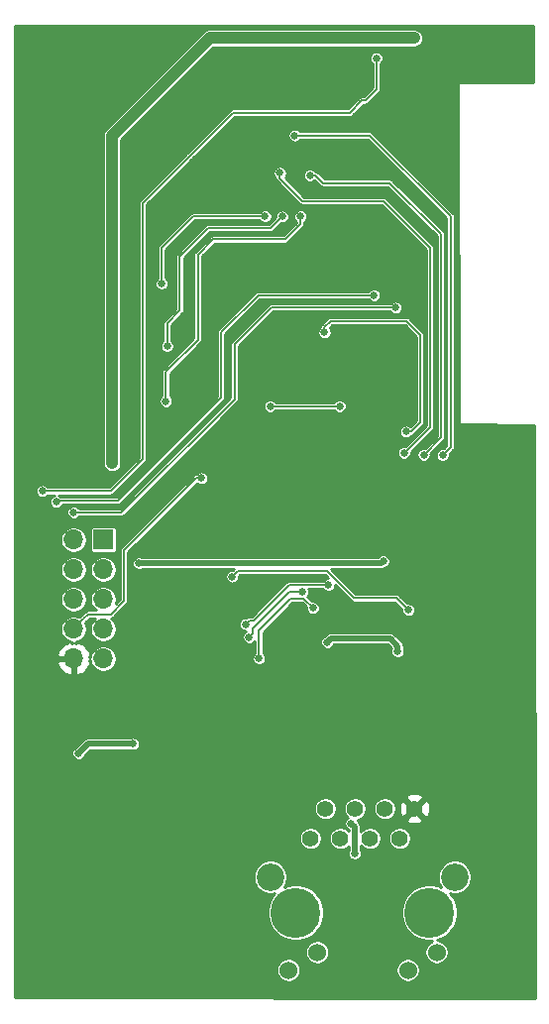
<source format=gbr>
G04 #@! TF.GenerationSoftware,KiCad,Pcbnew,(5.1.5)-3*
G04 #@! TF.CreationDate,2019-12-12T17:13:38-08:00*
G04 #@! TF.ProjectId,EsperDNS,45737065-7244-44e5-932e-6b696361645f,rev?*
G04 #@! TF.SameCoordinates,Original*
G04 #@! TF.FileFunction,Copper,L2,Bot*
G04 #@! TF.FilePolarity,Positive*
%FSLAX46Y46*%
G04 Gerber Fmt 4.6, Leading zero omitted, Abs format (unit mm)*
G04 Created by KiCad (PCBNEW (5.1.5)-3) date 2019-12-12 17:13:38*
%MOMM*%
%LPD*%
G04 APERTURE LIST*
%ADD10O,1.700000X1.700000*%
%ADD11R,1.700000X1.700000*%
%ADD12C,4.266000*%
%ADD13C,2.355000*%
%ADD14C,1.398000*%
%ADD15C,1.530000*%
%ADD16C,0.635000*%
%ADD17C,1.016000*%
%ADD18C,0.508000*%
%ADD19C,1.016000*%
%ADD20C,0.152400*%
%ADD21C,0.254000*%
G04 APERTURE END LIST*
D10*
X121996200Y-110388400D03*
X124536200Y-110388400D03*
X121996200Y-107848400D03*
X124536200Y-107848400D03*
X121996200Y-105308400D03*
X124536200Y-105308400D03*
X121996200Y-102768400D03*
X124536200Y-102768400D03*
X121996200Y-100228400D03*
D11*
X124536200Y-100228400D03*
D12*
X140970000Y-132080000D03*
X152400000Y-132080000D03*
D13*
X138810000Y-129030000D03*
X154560000Y-129030000D03*
D14*
X142240000Y-125730000D03*
X151130000Y-123190000D03*
X143510000Y-123190000D03*
X149860000Y-125730000D03*
X144780000Y-125730000D03*
X148590000Y-123190000D03*
X146050000Y-123190000D03*
X147320000Y-125730000D03*
D15*
X140360000Y-136980000D03*
X153010000Y-135460000D03*
X142810000Y-135460000D03*
X150560000Y-136980000D03*
D16*
X145973800Y-75603100D03*
X146050000Y-73698100D03*
X144322800Y-72910700D03*
X144297400Y-74714100D03*
X144348200Y-76593700D03*
X147726400Y-76517500D03*
X147675600Y-74688700D03*
X147701000Y-72936100D03*
X147116800Y-106730800D03*
X147269200Y-99847400D03*
X140804900Y-100939600D03*
X139230100Y-100952300D03*
X137833100Y-100952300D03*
X147370800Y-118719600D03*
X147193000Y-113169700D03*
X141617700Y-62585600D03*
X148475700Y-121399300D03*
X145415000Y-137706100D03*
X130911600Y-132003800D03*
X132283200Y-124625100D03*
X154990800Y-109029500D03*
X139674600Y-111688880D03*
X131749800Y-110604300D03*
X123296680Y-113319560D03*
X131406900Y-101053900D03*
X133210300Y-70319900D03*
X153835100Y-64338200D03*
X140675360Y-106431080D03*
X139242800Y-103713280D03*
X137922000Y-104551480D03*
X139623800Y-107238800D03*
X140172440Y-88102440D03*
X139207240Y-89849960D03*
X141406880Y-89895680D03*
X141533880Y-119999760D03*
X148437600Y-102057200D03*
X127584000Y-102235200D03*
X122415300Y-118478300D03*
X127077500Y-117664200D03*
D17*
X151074688Y-57391300D03*
X125285500Y-93687900D03*
D16*
X145719800Y-124460000D03*
X146011900Y-127038100D03*
X143662400Y-108991400D03*
X149682200Y-109778800D03*
X132918200Y-94970600D03*
X119341900Y-96075500D03*
X147878800Y-59093100D03*
X120523000Y-97002600D03*
X147662900Y-79349600D03*
X121996200Y-97904300D03*
X149504400Y-80403700D03*
X129984500Y-83693000D03*
X139827000Y-72618600D03*
X129882900Y-88404700D03*
X141376400Y-72605900D03*
X129514600Y-78359000D03*
X138353800Y-72605900D03*
X151904700Y-92976700D03*
X142189202Y-69100700D03*
X153517600Y-93002100D03*
X140893800Y-65697100D03*
X150393400Y-90995500D03*
X143433800Y-82524600D03*
X143769080Y-104104440D03*
X136702800Y-107436920D03*
X138785600Y-88828880D03*
X144729201Y-88828880D03*
X135547100Y-103378000D03*
X150596600Y-106235500D03*
X150215600Y-92811600D03*
X139623800Y-68897500D03*
X142443200Y-106070400D03*
X142443200Y-106070400D03*
X137835640Y-110373160D03*
X141533878Y-104703880D03*
X136997440Y-108554520D03*
D18*
X127609600Y-102209600D02*
X127584000Y-102235200D01*
X148437600Y-102057200D02*
X148285200Y-102209600D01*
X148285200Y-102209600D02*
X127609600Y-102209600D01*
X123229400Y-117664200D02*
X122415300Y-118478300D01*
X127077500Y-117664200D02*
X123229400Y-117664200D01*
D19*
X151074688Y-57391300D02*
X151074688Y-57391300D01*
X151074688Y-57391300D02*
X151074688Y-57391300D01*
X125285500Y-93687900D02*
X125285500Y-93687900D01*
X125285500Y-93238888D02*
X125285500Y-93687900D01*
X125285500Y-65722500D02*
X125285500Y-93238888D01*
X151074688Y-57391300D02*
X133616700Y-57391300D01*
X133616700Y-57391300D02*
X125285500Y-65722500D01*
D18*
X146011900Y-124752100D02*
X146011900Y-127038100D01*
X145719800Y-124460000D02*
X146011900Y-124752100D01*
X143979900Y-108673900D02*
X143662400Y-108991400D01*
X149047200Y-108673900D02*
X143979900Y-108673900D01*
X149682200Y-109778800D02*
X149682200Y-109308900D01*
X149682200Y-109308900D02*
X149047200Y-108673900D01*
D20*
X122846199Y-106998401D02*
X121996200Y-107848400D01*
X132469188Y-94970600D02*
X126314200Y-101125588D01*
X132918200Y-94970600D02*
X132469188Y-94970600D01*
X126314200Y-101125588D02*
X126314200Y-105460800D01*
X125183900Y-106591100D02*
X123253500Y-106591100D01*
X126314200Y-105460800D02*
X125183900Y-106591100D01*
X123253500Y-106591100D02*
X122846199Y-106998401D01*
X147878800Y-61760100D02*
X147878800Y-59093100D01*
X146913600Y-62725300D02*
X147878800Y-61760100D01*
X146634200Y-62725300D02*
X146913600Y-62725300D01*
X145605500Y-63754000D02*
X146634200Y-62725300D01*
X135610600Y-63754000D02*
X145605500Y-63754000D01*
X125158823Y-96075500D02*
X127876300Y-93358023D01*
X119341900Y-96075500D02*
X125158823Y-96075500D01*
X127876300Y-93358023D02*
X127876300Y-71462900D01*
X127876300Y-71462900D02*
X131864100Y-67475100D01*
X131864100Y-67475100D02*
X131889500Y-67475100D01*
X131889500Y-67475100D02*
X135610600Y-63754000D01*
X145237200Y-79349600D02*
X147662900Y-79349600D01*
X125806200Y-96888300D02*
X134581900Y-88112600D01*
X134581900Y-88112600D02*
X134581900Y-82537300D01*
X134581900Y-82537300D02*
X137769600Y-79349600D01*
X137769600Y-79349600D02*
X145237200Y-79349600D01*
X120637300Y-96888300D02*
X125806200Y-96888300D01*
X120523000Y-97002600D02*
X120637300Y-96888300D01*
X147396200Y-80403700D02*
X149504400Y-80403700D01*
X126072900Y-97904300D02*
X135737600Y-88239600D01*
X121996200Y-97904300D02*
X126072900Y-97904300D01*
X135737600Y-83553300D02*
X138912600Y-80378300D01*
X135737600Y-88239600D02*
X135737600Y-83553300D01*
X138912600Y-80378300D02*
X147370800Y-80378300D01*
X147370800Y-80378300D02*
X147396200Y-80403700D01*
X129984500Y-81737200D02*
X131064000Y-80657700D01*
X139509501Y-72936099D02*
X139827000Y-72618600D01*
X129984500Y-83693000D02*
X129984500Y-81737200D01*
X131064000Y-80657700D02*
X131064000Y-76034900D01*
X133477000Y-73621900D02*
X138823700Y-73621900D01*
X131064000Y-76034900D02*
X133477000Y-73621900D01*
X138823700Y-73621900D02*
X139509501Y-72936099D01*
X129882900Y-85864700D02*
X129882900Y-88404700D01*
X141376400Y-73291700D02*
X140093700Y-74574400D01*
X141376400Y-72605900D02*
X141376400Y-73291700D01*
X140093700Y-74574400D02*
X133896100Y-74574400D01*
X133896100Y-74574400D02*
X132600700Y-75869800D01*
X132600700Y-75869800D02*
X132600700Y-83146900D01*
X132600700Y-83146900D02*
X129882900Y-85864700D01*
X129514600Y-75336400D02*
X129514600Y-78359000D01*
X138353800Y-72605900D02*
X132245100Y-72605900D01*
X132245100Y-72605900D02*
X129514600Y-75336400D01*
X142638214Y-69100700D02*
X142189202Y-69100700D01*
X143298614Y-69761100D02*
X142638214Y-69100700D01*
X148996400Y-69761100D02*
X143298614Y-69761100D01*
X153377900Y-74142600D02*
X148996400Y-69761100D01*
X151904700Y-92976700D02*
X153377900Y-91503500D01*
X153377900Y-91503500D02*
X153377900Y-74142600D01*
X154203400Y-92316300D02*
X153517600Y-93002100D01*
X154203400Y-72605900D02*
X154203400Y-92316300D01*
X140893800Y-65697100D02*
X147294600Y-65697100D01*
X147294600Y-65697100D02*
X154203400Y-72605900D01*
X143433800Y-82075588D02*
X143949988Y-81559400D01*
X143433800Y-82524600D02*
X143433800Y-82075588D01*
X150444200Y-81559400D02*
X151625300Y-82740500D01*
X151625300Y-82740500D02*
X151625300Y-90212612D01*
X143949988Y-81559400D02*
X150444200Y-81559400D01*
X151625300Y-90212612D02*
X150842412Y-90995500D01*
X150842412Y-90995500D02*
X150393400Y-90995500D01*
X137020299Y-107119421D02*
X136702800Y-107436920D01*
X137375899Y-107119421D02*
X137020299Y-107119421D01*
X143769080Y-104104440D02*
X140390880Y-104104440D01*
X140390880Y-104104440D02*
X137375899Y-107119421D01*
X139234612Y-88828880D02*
X144729201Y-88828880D01*
X138785600Y-88828880D02*
X139234612Y-88828880D01*
X136029700Y-102895400D02*
X135547100Y-103378000D01*
X143637000Y-102895400D02*
X136029700Y-102895400D01*
X145961100Y-105219500D02*
X143637000Y-102895400D01*
X150596600Y-106235500D02*
X149580600Y-105219500D01*
X149580600Y-105219500D02*
X145961100Y-105219500D01*
X139623800Y-69354700D02*
X139623800Y-68897500D01*
X141566900Y-71297800D02*
X139623800Y-69354700D01*
X148437600Y-71297800D02*
X141566900Y-71297800D01*
X152438100Y-75298300D02*
X148437600Y-71297800D01*
X150215600Y-92811600D02*
X152438100Y-90589100D01*
X152438100Y-90589100D02*
X152438100Y-75298300D01*
X137835640Y-107980480D02*
X137835640Y-110373160D01*
X140548360Y-105267760D02*
X137835640Y-107980480D01*
X142443200Y-106070400D02*
X141640560Y-105267760D01*
X141640560Y-105267760D02*
X140548360Y-105267760D01*
X137314939Y-108237021D02*
X136997440Y-108554520D01*
X137314939Y-107830621D02*
X137314939Y-108237021D01*
X141533878Y-104703880D02*
X140441680Y-104703880D01*
X140441680Y-104703880D02*
X137314939Y-107830621D01*
D21*
G36*
X161297920Y-61147952D02*
G01*
X155003705Y-61137800D01*
X154990800Y-61137800D01*
X154966024Y-61140240D01*
X154942199Y-61147467D01*
X154920243Y-61159203D01*
X154900997Y-61174997D01*
X154885203Y-61194243D01*
X154873467Y-61216199D01*
X154866240Y-61240024D01*
X154863800Y-61264856D01*
X154876500Y-90271656D01*
X154878951Y-90296431D01*
X154886189Y-90320252D01*
X154897934Y-90342204D01*
X154913737Y-90361442D01*
X154932989Y-90377228D01*
X154954951Y-90388954D01*
X154978778Y-90396171D01*
X155002944Y-90398599D01*
X161338168Y-90426345D01*
X161405101Y-139116404D01*
X161405101Y-139382837D01*
X116953600Y-139320264D01*
X116954341Y-136877136D01*
X139315600Y-136877136D01*
X139315600Y-137082864D01*
X139355736Y-137284640D01*
X139434465Y-137474709D01*
X139548762Y-137645766D01*
X139694234Y-137791238D01*
X139865291Y-137905535D01*
X140055360Y-137984264D01*
X140257136Y-138024400D01*
X140462864Y-138024400D01*
X140664640Y-137984264D01*
X140854709Y-137905535D01*
X141025766Y-137791238D01*
X141171238Y-137645766D01*
X141285535Y-137474709D01*
X141364264Y-137284640D01*
X141404400Y-137082864D01*
X141404400Y-136877136D01*
X149515600Y-136877136D01*
X149515600Y-137082864D01*
X149555736Y-137284640D01*
X149634465Y-137474709D01*
X149748762Y-137645766D01*
X149894234Y-137791238D01*
X150065291Y-137905535D01*
X150255360Y-137984264D01*
X150457136Y-138024400D01*
X150662864Y-138024400D01*
X150864640Y-137984264D01*
X151054709Y-137905535D01*
X151225766Y-137791238D01*
X151371238Y-137645766D01*
X151485535Y-137474709D01*
X151564264Y-137284640D01*
X151604400Y-137082864D01*
X151604400Y-136877136D01*
X151564264Y-136675360D01*
X151485535Y-136485291D01*
X151371238Y-136314234D01*
X151225766Y-136168762D01*
X151054709Y-136054465D01*
X150864640Y-135975736D01*
X150662864Y-135935600D01*
X150457136Y-135935600D01*
X150255360Y-135975736D01*
X150065291Y-136054465D01*
X149894234Y-136168762D01*
X149748762Y-136314234D01*
X149634465Y-136485291D01*
X149555736Y-136675360D01*
X149515600Y-136877136D01*
X141404400Y-136877136D01*
X141364264Y-136675360D01*
X141285535Y-136485291D01*
X141171238Y-136314234D01*
X141025766Y-136168762D01*
X140854709Y-136054465D01*
X140664640Y-135975736D01*
X140462864Y-135935600D01*
X140257136Y-135935600D01*
X140055360Y-135975736D01*
X139865291Y-136054465D01*
X139694234Y-136168762D01*
X139548762Y-136314234D01*
X139434465Y-136485291D01*
X139355736Y-136675360D01*
X139315600Y-136877136D01*
X116954341Y-136877136D01*
X116954802Y-135357136D01*
X141765600Y-135357136D01*
X141765600Y-135562864D01*
X141805736Y-135764640D01*
X141884465Y-135954709D01*
X141998762Y-136125766D01*
X142144234Y-136271238D01*
X142315291Y-136385535D01*
X142505360Y-136464264D01*
X142707136Y-136504400D01*
X142912864Y-136504400D01*
X143114640Y-136464264D01*
X143304709Y-136385535D01*
X143475766Y-136271238D01*
X143621238Y-136125766D01*
X143735535Y-135954709D01*
X143814264Y-135764640D01*
X143854400Y-135562864D01*
X143854400Y-135357136D01*
X143814264Y-135155360D01*
X143735535Y-134965291D01*
X143621238Y-134794234D01*
X143475766Y-134648762D01*
X143304709Y-134534465D01*
X143114640Y-134455736D01*
X142912864Y-134415600D01*
X142707136Y-134415600D01*
X142505360Y-134455736D01*
X142315291Y-134534465D01*
X142144234Y-134648762D01*
X141998762Y-134794234D01*
X141884465Y-134965291D01*
X141805736Y-135155360D01*
X141765600Y-135357136D01*
X116954802Y-135357136D01*
X116956766Y-128886508D01*
X137353100Y-128886508D01*
X137353100Y-129173492D01*
X137409088Y-129454962D01*
X137518912Y-129720101D01*
X137678352Y-129958719D01*
X137881281Y-130161648D01*
X138119899Y-130321088D01*
X138385038Y-130430912D01*
X138666508Y-130486900D01*
X138953492Y-130486900D01*
X139200604Y-130437746D01*
X139096166Y-130542184D01*
X138832158Y-130937300D01*
X138650307Y-131376329D01*
X138557600Y-131842399D01*
X138557600Y-132317601D01*
X138650307Y-132783671D01*
X138832158Y-133222700D01*
X139096166Y-133617816D01*
X139432184Y-133953834D01*
X139827300Y-134217842D01*
X140266329Y-134399693D01*
X140732399Y-134492400D01*
X141207601Y-134492400D01*
X141673671Y-134399693D01*
X142112700Y-134217842D01*
X142507816Y-133953834D01*
X142843834Y-133617816D01*
X143107842Y-133222700D01*
X143289693Y-132783671D01*
X143382400Y-132317601D01*
X143382400Y-131842399D01*
X149987600Y-131842399D01*
X149987600Y-132317601D01*
X150080307Y-132783671D01*
X150262158Y-133222700D01*
X150526166Y-133617816D01*
X150862184Y-133953834D01*
X151257300Y-134217842D01*
X151696329Y-134399693D01*
X152162399Y-134492400D01*
X152616845Y-134492400D01*
X152515291Y-134534465D01*
X152344234Y-134648762D01*
X152198762Y-134794234D01*
X152084465Y-134965291D01*
X152005736Y-135155360D01*
X151965600Y-135357136D01*
X151965600Y-135562864D01*
X152005736Y-135764640D01*
X152084465Y-135954709D01*
X152198762Y-136125766D01*
X152344234Y-136271238D01*
X152515291Y-136385535D01*
X152705360Y-136464264D01*
X152907136Y-136504400D01*
X153112864Y-136504400D01*
X153314640Y-136464264D01*
X153504709Y-136385535D01*
X153675766Y-136271238D01*
X153821238Y-136125766D01*
X153935535Y-135954709D01*
X154014264Y-135764640D01*
X154054400Y-135562864D01*
X154054400Y-135357136D01*
X154014264Y-135155360D01*
X153935535Y-134965291D01*
X153821238Y-134794234D01*
X153675766Y-134648762D01*
X153504709Y-134534465D01*
X153314640Y-134455736D01*
X153112864Y-134415600D01*
X153023701Y-134415600D01*
X153103671Y-134399693D01*
X153542700Y-134217842D01*
X153937816Y-133953834D01*
X154273834Y-133617816D01*
X154537842Y-133222700D01*
X154719693Y-132783671D01*
X154812400Y-132317601D01*
X154812400Y-131842399D01*
X154719693Y-131376329D01*
X154537842Y-130937300D01*
X154273834Y-130542184D01*
X154169396Y-130437746D01*
X154416508Y-130486900D01*
X154703492Y-130486900D01*
X154984962Y-130430912D01*
X155250101Y-130321088D01*
X155488719Y-130161648D01*
X155691648Y-129958719D01*
X155851088Y-129720101D01*
X155960912Y-129454962D01*
X156016900Y-129173492D01*
X156016900Y-128886508D01*
X155960912Y-128605038D01*
X155851088Y-128339899D01*
X155691648Y-128101281D01*
X155488719Y-127898352D01*
X155250101Y-127738912D01*
X154984962Y-127629088D01*
X154703492Y-127573100D01*
X154416508Y-127573100D01*
X154135038Y-127629088D01*
X153869899Y-127738912D01*
X153631281Y-127898352D01*
X153428352Y-128101281D01*
X153268912Y-128339899D01*
X153159088Y-128605038D01*
X153103100Y-128886508D01*
X153103100Y-129173492D01*
X153159088Y-129454962D01*
X153268912Y-129720101D01*
X153369293Y-129870331D01*
X153103671Y-129760307D01*
X152637601Y-129667600D01*
X152162399Y-129667600D01*
X151696329Y-129760307D01*
X151257300Y-129942158D01*
X150862184Y-130206166D01*
X150526166Y-130542184D01*
X150262158Y-130937300D01*
X150080307Y-131376329D01*
X149987600Y-131842399D01*
X143382400Y-131842399D01*
X143289693Y-131376329D01*
X143107842Y-130937300D01*
X142843834Y-130542184D01*
X142507816Y-130206166D01*
X142112700Y-129942158D01*
X141673671Y-129760307D01*
X141207601Y-129667600D01*
X140732399Y-129667600D01*
X140266329Y-129760307D01*
X140000707Y-129870331D01*
X140101088Y-129720101D01*
X140210912Y-129454962D01*
X140266900Y-129173492D01*
X140266900Y-128886508D01*
X140210912Y-128605038D01*
X140101088Y-128339899D01*
X139941648Y-128101281D01*
X139738719Y-127898352D01*
X139500101Y-127738912D01*
X139234962Y-127629088D01*
X138953492Y-127573100D01*
X138666508Y-127573100D01*
X138385038Y-127629088D01*
X138119899Y-127738912D01*
X137881281Y-127898352D01*
X137678352Y-128101281D01*
X137518912Y-128339899D01*
X137409088Y-128605038D01*
X137353100Y-128886508D01*
X116956766Y-128886508D01*
X116957753Y-125633636D01*
X141261600Y-125633636D01*
X141261600Y-125826364D01*
X141299199Y-126015389D01*
X141372953Y-126193446D01*
X141480027Y-126353694D01*
X141616306Y-126489973D01*
X141776554Y-126597047D01*
X141954611Y-126670801D01*
X142143636Y-126708400D01*
X142336364Y-126708400D01*
X142525389Y-126670801D01*
X142703446Y-126597047D01*
X142863694Y-126489973D01*
X142999973Y-126353694D01*
X143107047Y-126193446D01*
X143180801Y-126015389D01*
X143218400Y-125826364D01*
X143218400Y-125633636D01*
X143801600Y-125633636D01*
X143801600Y-125826364D01*
X143839199Y-126015389D01*
X143912953Y-126193446D01*
X144020027Y-126353694D01*
X144156306Y-126489973D01*
X144316554Y-126597047D01*
X144494611Y-126670801D01*
X144683636Y-126708400D01*
X144876364Y-126708400D01*
X145065389Y-126670801D01*
X145243446Y-126597047D01*
X145403694Y-126489973D01*
X145478501Y-126415166D01*
X145478501Y-126766065D01*
X145437939Y-126863991D01*
X145415000Y-126979310D01*
X145415000Y-127096890D01*
X145437939Y-127212209D01*
X145482934Y-127320838D01*
X145548258Y-127418601D01*
X145631399Y-127501742D01*
X145729162Y-127567066D01*
X145837791Y-127612061D01*
X145953110Y-127635000D01*
X146070690Y-127635000D01*
X146186009Y-127612061D01*
X146294638Y-127567066D01*
X146392401Y-127501742D01*
X146475542Y-127418601D01*
X146540866Y-127320838D01*
X146585861Y-127212209D01*
X146608800Y-127096890D01*
X146608800Y-126979310D01*
X146585861Y-126863991D01*
X146545300Y-126766067D01*
X146545300Y-126331653D01*
X146560027Y-126353694D01*
X146696306Y-126489973D01*
X146856554Y-126597047D01*
X147034611Y-126670801D01*
X147223636Y-126708400D01*
X147416364Y-126708400D01*
X147605389Y-126670801D01*
X147783446Y-126597047D01*
X147943694Y-126489973D01*
X148079973Y-126353694D01*
X148187047Y-126193446D01*
X148260801Y-126015389D01*
X148298400Y-125826364D01*
X148298400Y-125633636D01*
X148881600Y-125633636D01*
X148881600Y-125826364D01*
X148919199Y-126015389D01*
X148992953Y-126193446D01*
X149100027Y-126353694D01*
X149236306Y-126489973D01*
X149396554Y-126597047D01*
X149574611Y-126670801D01*
X149763636Y-126708400D01*
X149956364Y-126708400D01*
X150145389Y-126670801D01*
X150323446Y-126597047D01*
X150483694Y-126489973D01*
X150619973Y-126353694D01*
X150727047Y-126193446D01*
X150800801Y-126015389D01*
X150838400Y-125826364D01*
X150838400Y-125633636D01*
X150800801Y-125444611D01*
X150727047Y-125266554D01*
X150619973Y-125106306D01*
X150483694Y-124970027D01*
X150323446Y-124862953D01*
X150145389Y-124789199D01*
X149956364Y-124751600D01*
X149763636Y-124751600D01*
X149574611Y-124789199D01*
X149396554Y-124862953D01*
X149236306Y-124970027D01*
X149100027Y-125106306D01*
X148992953Y-125266554D01*
X148919199Y-125444611D01*
X148881600Y-125633636D01*
X148298400Y-125633636D01*
X148260801Y-125444611D01*
X148187047Y-125266554D01*
X148079973Y-125106306D01*
X147943694Y-124970027D01*
X147783446Y-124862953D01*
X147605389Y-124789199D01*
X147416364Y-124751600D01*
X147223636Y-124751600D01*
X147034611Y-124789199D01*
X146856554Y-124862953D01*
X146696306Y-124970027D01*
X146560027Y-125106306D01*
X146545300Y-125128347D01*
X146545300Y-124778294D01*
X146547880Y-124752100D01*
X146537581Y-124647536D01*
X146507081Y-124546989D01*
X146491159Y-124517202D01*
X146457551Y-124454325D01*
X146390895Y-124373105D01*
X146370540Y-124356400D01*
X146289327Y-124275187D01*
X146248766Y-124177262D01*
X146231526Y-124151460D01*
X146335389Y-124130801D01*
X146513446Y-124057047D01*
X146673694Y-123949973D01*
X146809973Y-123813694D01*
X146917047Y-123653446D01*
X146990801Y-123475389D01*
X147028400Y-123286364D01*
X147028400Y-123093636D01*
X147611600Y-123093636D01*
X147611600Y-123286364D01*
X147649199Y-123475389D01*
X147722953Y-123653446D01*
X147830027Y-123813694D01*
X147966306Y-123949973D01*
X148126554Y-124057047D01*
X148304611Y-124130801D01*
X148493636Y-124168400D01*
X148686364Y-124168400D01*
X148875389Y-124130801D01*
X148924266Y-124110555D01*
X150389050Y-124110555D01*
X150448389Y-124344221D01*
X150686664Y-124455018D01*
X150941975Y-124517202D01*
X151204512Y-124528382D01*
X151464186Y-124488129D01*
X151711017Y-124397990D01*
X151811611Y-124344221D01*
X151870950Y-124110555D01*
X151130000Y-123369605D01*
X150389050Y-124110555D01*
X148924266Y-124110555D01*
X149053446Y-124057047D01*
X149213694Y-123949973D01*
X149349973Y-123813694D01*
X149457047Y-123653446D01*
X149530801Y-123475389D01*
X149568400Y-123286364D01*
X149568400Y-123264512D01*
X149791618Y-123264512D01*
X149831871Y-123524186D01*
X149922010Y-123771017D01*
X149975779Y-123871611D01*
X150209445Y-123930950D01*
X150950395Y-123190000D01*
X151309605Y-123190000D01*
X152050555Y-123930950D01*
X152284221Y-123871611D01*
X152395018Y-123633336D01*
X152457202Y-123378025D01*
X152468382Y-123115488D01*
X152428129Y-122855814D01*
X152337990Y-122608983D01*
X152284221Y-122508389D01*
X152050555Y-122449050D01*
X151309605Y-123190000D01*
X150950395Y-123190000D01*
X150209445Y-122449050D01*
X149975779Y-122508389D01*
X149864982Y-122746664D01*
X149802798Y-123001975D01*
X149791618Y-123264512D01*
X149568400Y-123264512D01*
X149568400Y-123093636D01*
X149530801Y-122904611D01*
X149457047Y-122726554D01*
X149349973Y-122566306D01*
X149213694Y-122430027D01*
X149053446Y-122322953D01*
X148924267Y-122269445D01*
X150389050Y-122269445D01*
X151130000Y-123010395D01*
X151870950Y-122269445D01*
X151811611Y-122035779D01*
X151573336Y-121924982D01*
X151318025Y-121862798D01*
X151055488Y-121851618D01*
X150795814Y-121891871D01*
X150548983Y-121982010D01*
X150448389Y-122035779D01*
X150389050Y-122269445D01*
X148924267Y-122269445D01*
X148875389Y-122249199D01*
X148686364Y-122211600D01*
X148493636Y-122211600D01*
X148304611Y-122249199D01*
X148126554Y-122322953D01*
X147966306Y-122430027D01*
X147830027Y-122566306D01*
X147722953Y-122726554D01*
X147649199Y-122904611D01*
X147611600Y-123093636D01*
X147028400Y-123093636D01*
X146990801Y-122904611D01*
X146917047Y-122726554D01*
X146809973Y-122566306D01*
X146673694Y-122430027D01*
X146513446Y-122322953D01*
X146335389Y-122249199D01*
X146146364Y-122211600D01*
X145953636Y-122211600D01*
X145764611Y-122249199D01*
X145586554Y-122322953D01*
X145426306Y-122430027D01*
X145290027Y-122566306D01*
X145182953Y-122726554D01*
X145109199Y-122904611D01*
X145071600Y-123093636D01*
X145071600Y-123286364D01*
X145109199Y-123475389D01*
X145182953Y-123653446D01*
X145290027Y-123813694D01*
X145419261Y-123942928D01*
X145339299Y-123996358D01*
X145256158Y-124079499D01*
X145190834Y-124177262D01*
X145145839Y-124285891D01*
X145122900Y-124401210D01*
X145122900Y-124518790D01*
X145145839Y-124634109D01*
X145190834Y-124742738D01*
X145256158Y-124840501D01*
X145339299Y-124923642D01*
X145437062Y-124988966D01*
X145478500Y-125006130D01*
X145478500Y-125044833D01*
X145403694Y-124970027D01*
X145243446Y-124862953D01*
X145065389Y-124789199D01*
X144876364Y-124751600D01*
X144683636Y-124751600D01*
X144494611Y-124789199D01*
X144316554Y-124862953D01*
X144156306Y-124970027D01*
X144020027Y-125106306D01*
X143912953Y-125266554D01*
X143839199Y-125444611D01*
X143801600Y-125633636D01*
X143218400Y-125633636D01*
X143180801Y-125444611D01*
X143107047Y-125266554D01*
X142999973Y-125106306D01*
X142863694Y-124970027D01*
X142703446Y-124862953D01*
X142525389Y-124789199D01*
X142336364Y-124751600D01*
X142143636Y-124751600D01*
X141954611Y-124789199D01*
X141776554Y-124862953D01*
X141616306Y-124970027D01*
X141480027Y-125106306D01*
X141372953Y-125266554D01*
X141299199Y-125444611D01*
X141261600Y-125633636D01*
X116957753Y-125633636D01*
X116958524Y-123093636D01*
X142531600Y-123093636D01*
X142531600Y-123286364D01*
X142569199Y-123475389D01*
X142642953Y-123653446D01*
X142750027Y-123813694D01*
X142886306Y-123949973D01*
X143046554Y-124057047D01*
X143224611Y-124130801D01*
X143413636Y-124168400D01*
X143606364Y-124168400D01*
X143795389Y-124130801D01*
X143973446Y-124057047D01*
X144133694Y-123949973D01*
X144269973Y-123813694D01*
X144377047Y-123653446D01*
X144450801Y-123475389D01*
X144488400Y-123286364D01*
X144488400Y-123093636D01*
X144450801Y-122904611D01*
X144377047Y-122726554D01*
X144269973Y-122566306D01*
X144133694Y-122430027D01*
X143973446Y-122322953D01*
X143795389Y-122249199D01*
X143606364Y-122211600D01*
X143413636Y-122211600D01*
X143224611Y-122249199D01*
X143046554Y-122322953D01*
X142886306Y-122430027D01*
X142750027Y-122566306D01*
X142642953Y-122726554D01*
X142569199Y-122904611D01*
X142531600Y-123093636D01*
X116958524Y-123093636D01*
X116959943Y-118419510D01*
X121818400Y-118419510D01*
X121818400Y-118537090D01*
X121841339Y-118652409D01*
X121886334Y-118761038D01*
X121951658Y-118858801D01*
X122034799Y-118941942D01*
X122132562Y-119007266D01*
X122241191Y-119052261D01*
X122356510Y-119075200D01*
X122474090Y-119075200D01*
X122589409Y-119052261D01*
X122698038Y-119007266D01*
X122795801Y-118941942D01*
X122878942Y-118858801D01*
X122944266Y-118761038D01*
X122984827Y-118663115D01*
X123450342Y-118197600D01*
X126805467Y-118197600D01*
X126903391Y-118238161D01*
X127018710Y-118261100D01*
X127136290Y-118261100D01*
X127251609Y-118238161D01*
X127360238Y-118193166D01*
X127458001Y-118127842D01*
X127541142Y-118044701D01*
X127606466Y-117946938D01*
X127651461Y-117838309D01*
X127674400Y-117722990D01*
X127674400Y-117605410D01*
X127651461Y-117490091D01*
X127606466Y-117381462D01*
X127541142Y-117283699D01*
X127458001Y-117200558D01*
X127360238Y-117135234D01*
X127251609Y-117090239D01*
X127136290Y-117067300D01*
X127018710Y-117067300D01*
X126903391Y-117090239D01*
X126805467Y-117130800D01*
X123255586Y-117130800D01*
X123229399Y-117128221D01*
X123203212Y-117130800D01*
X123203205Y-117130800D01*
X123124835Y-117138519D01*
X123024289Y-117169019D01*
X122931625Y-117218549D01*
X122850405Y-117285205D01*
X122833709Y-117305549D01*
X122230485Y-117908773D01*
X122132562Y-117949334D01*
X122034799Y-118014658D01*
X121951658Y-118097799D01*
X121886334Y-118195562D01*
X121841339Y-118304191D01*
X121818400Y-118419510D01*
X116959943Y-118419510D01*
X116962272Y-110745290D01*
X120554724Y-110745290D01*
X120599375Y-110892499D01*
X120724559Y-111155320D01*
X120898612Y-111388669D01*
X121114845Y-111583578D01*
X121364948Y-111732557D01*
X121639309Y-111829881D01*
X121869200Y-111709214D01*
X121869200Y-110515400D01*
X120676045Y-110515400D01*
X120554724Y-110745290D01*
X116962272Y-110745290D01*
X116962489Y-110031510D01*
X120554724Y-110031510D01*
X120676045Y-110261400D01*
X121869200Y-110261400D01*
X121869200Y-110241400D01*
X122123200Y-110241400D01*
X122123200Y-110261400D01*
X122143200Y-110261400D01*
X122143200Y-110515400D01*
X122123200Y-110515400D01*
X122123200Y-111709214D01*
X122353091Y-111829881D01*
X122627452Y-111732557D01*
X122877555Y-111583578D01*
X123093788Y-111388669D01*
X123267841Y-111155320D01*
X123393025Y-110892499D01*
X123437676Y-110745290D01*
X123316356Y-110515402D01*
X123409936Y-110515402D01*
X123450202Y-110717834D01*
X123535338Y-110923372D01*
X123658937Y-111108351D01*
X123816249Y-111265663D01*
X124001228Y-111389262D01*
X124206766Y-111474398D01*
X124424964Y-111517800D01*
X124647436Y-111517800D01*
X124865634Y-111474398D01*
X125071172Y-111389262D01*
X125256151Y-111265663D01*
X125413463Y-111108351D01*
X125537062Y-110923372D01*
X125622198Y-110717834D01*
X125665600Y-110499636D01*
X125665600Y-110277164D01*
X125622198Y-110058966D01*
X125537062Y-109853428D01*
X125413463Y-109668449D01*
X125256151Y-109511137D01*
X125071172Y-109387538D01*
X124865634Y-109302402D01*
X124647436Y-109259000D01*
X124424964Y-109259000D01*
X124206766Y-109302402D01*
X124001228Y-109387538D01*
X123816249Y-109511137D01*
X123658937Y-109668449D01*
X123535338Y-109853428D01*
X123450202Y-110058966D01*
X123409936Y-110261398D01*
X123316356Y-110261398D01*
X123437676Y-110031510D01*
X123393025Y-109884301D01*
X123267841Y-109621480D01*
X123093788Y-109388131D01*
X122877555Y-109193222D01*
X122627452Y-109044243D01*
X122353091Y-108946919D01*
X122123202Y-109067585D01*
X122123202Y-108974664D01*
X122325634Y-108934398D01*
X122531172Y-108849262D01*
X122716151Y-108725663D01*
X122873463Y-108568351D01*
X122997062Y-108383372D01*
X123082198Y-108177834D01*
X123125600Y-107959636D01*
X123125600Y-107737164D01*
X123082198Y-107518966D01*
X123007900Y-107339594D01*
X123109994Y-107237501D01*
X123110003Y-107237490D01*
X123400794Y-106946700D01*
X123852822Y-106946700D01*
X123816249Y-106971137D01*
X123658937Y-107128449D01*
X123535338Y-107313428D01*
X123450202Y-107518966D01*
X123406800Y-107737164D01*
X123406800Y-107959636D01*
X123450202Y-108177834D01*
X123535338Y-108383372D01*
X123658937Y-108568351D01*
X123816249Y-108725663D01*
X124001228Y-108849262D01*
X124206766Y-108934398D01*
X124424964Y-108977800D01*
X124647436Y-108977800D01*
X124865634Y-108934398D01*
X125071172Y-108849262D01*
X125256151Y-108725663D01*
X125413463Y-108568351D01*
X125537062Y-108383372D01*
X125622198Y-108177834D01*
X125665600Y-107959636D01*
X125665600Y-107737164D01*
X125622198Y-107518966D01*
X125537062Y-107313428D01*
X125413463Y-107128449D01*
X125256151Y-106971137D01*
X125217238Y-106945136D01*
X125253610Y-106941554D01*
X125320640Y-106921221D01*
X125382416Y-106888201D01*
X125436563Y-106843763D01*
X125447699Y-106830194D01*
X126553300Y-105724594D01*
X126566863Y-105713463D01*
X126611301Y-105659316D01*
X126644321Y-105597540D01*
X126664654Y-105530510D01*
X126669800Y-105478263D01*
X126669800Y-105478255D01*
X126671519Y-105460800D01*
X126669800Y-105443345D01*
X126669800Y-102176410D01*
X126987100Y-102176410D01*
X126987100Y-102293990D01*
X127010039Y-102409309D01*
X127055034Y-102517938D01*
X127120358Y-102615701D01*
X127203499Y-102698842D01*
X127301262Y-102764166D01*
X127409891Y-102809161D01*
X127525210Y-102832100D01*
X127642790Y-102832100D01*
X127758109Y-102809161D01*
X127866738Y-102764166D01*
X127898415Y-102743000D01*
X135679205Y-102743000D01*
X135635263Y-102786943D01*
X135605890Y-102781100D01*
X135488310Y-102781100D01*
X135372991Y-102804039D01*
X135264362Y-102849034D01*
X135166599Y-102914358D01*
X135083458Y-102997499D01*
X135018134Y-103095262D01*
X134973139Y-103203891D01*
X134950200Y-103319210D01*
X134950200Y-103436790D01*
X134973139Y-103552109D01*
X135018134Y-103660738D01*
X135083458Y-103758501D01*
X135166599Y-103841642D01*
X135264362Y-103906966D01*
X135372991Y-103951961D01*
X135488310Y-103974900D01*
X135605890Y-103974900D01*
X135721209Y-103951961D01*
X135829838Y-103906966D01*
X135927601Y-103841642D01*
X136010742Y-103758501D01*
X136076066Y-103660738D01*
X136121061Y-103552109D01*
X136144000Y-103436790D01*
X136144000Y-103319210D01*
X136138157Y-103289837D01*
X136176995Y-103251000D01*
X143489707Y-103251000D01*
X143746247Y-103507540D01*
X143710290Y-103507540D01*
X143594971Y-103530479D01*
X143486342Y-103575474D01*
X143388579Y-103640798D01*
X143305438Y-103723939D01*
X143288799Y-103748840D01*
X140408335Y-103748840D01*
X140390879Y-103747121D01*
X140373424Y-103748840D01*
X140373417Y-103748840D01*
X140328067Y-103753307D01*
X140321169Y-103753986D01*
X140291982Y-103762840D01*
X140254140Y-103774319D01*
X140192364Y-103807339D01*
X140138217Y-103851777D01*
X140127086Y-103865340D01*
X137228606Y-106763821D01*
X137037751Y-106763821D01*
X137020298Y-106762102D01*
X137002845Y-106763821D01*
X137002836Y-106763821D01*
X136950589Y-106768967D01*
X136883559Y-106789300D01*
X136821783Y-106822320D01*
X136821781Y-106822321D01*
X136821782Y-106822321D01*
X136792680Y-106846204D01*
X136761590Y-106840020D01*
X136644010Y-106840020D01*
X136528691Y-106862959D01*
X136420062Y-106907954D01*
X136322299Y-106973278D01*
X136239158Y-107056419D01*
X136173834Y-107154182D01*
X136128839Y-107262811D01*
X136105900Y-107378130D01*
X136105900Y-107495710D01*
X136128839Y-107611029D01*
X136173834Y-107719658D01*
X136239158Y-107817421D01*
X136322299Y-107900562D01*
X136420062Y-107965886D01*
X136528691Y-108010881D01*
X136644010Y-108033820D01*
X136702331Y-108033820D01*
X136616939Y-108090878D01*
X136533798Y-108174019D01*
X136468474Y-108271782D01*
X136423479Y-108380411D01*
X136400540Y-108495730D01*
X136400540Y-108613310D01*
X136423479Y-108728629D01*
X136468474Y-108837258D01*
X136533798Y-108935021D01*
X136616939Y-109018162D01*
X136714702Y-109083486D01*
X136823331Y-109128481D01*
X136938650Y-109151420D01*
X137056230Y-109151420D01*
X137171549Y-109128481D01*
X137280178Y-109083486D01*
X137377941Y-109018162D01*
X137461082Y-108935021D01*
X137480040Y-108906648D01*
X137480041Y-109892879D01*
X137455139Y-109909518D01*
X137371998Y-109992659D01*
X137306674Y-110090422D01*
X137261679Y-110199051D01*
X137238740Y-110314370D01*
X137238740Y-110431950D01*
X137261679Y-110547269D01*
X137306674Y-110655898D01*
X137371998Y-110753661D01*
X137455139Y-110836802D01*
X137552902Y-110902126D01*
X137661531Y-110947121D01*
X137776850Y-110970060D01*
X137894430Y-110970060D01*
X138009749Y-110947121D01*
X138118378Y-110902126D01*
X138216141Y-110836802D01*
X138299282Y-110753661D01*
X138364606Y-110655898D01*
X138409601Y-110547269D01*
X138432540Y-110431950D01*
X138432540Y-110314370D01*
X138409601Y-110199051D01*
X138364606Y-110090422D01*
X138299282Y-109992659D01*
X138216141Y-109909518D01*
X138191240Y-109892879D01*
X138191240Y-108932610D01*
X143065500Y-108932610D01*
X143065500Y-109050190D01*
X143088439Y-109165509D01*
X143133434Y-109274138D01*
X143198758Y-109371901D01*
X143281899Y-109455042D01*
X143379662Y-109520366D01*
X143488291Y-109565361D01*
X143603610Y-109588300D01*
X143721190Y-109588300D01*
X143836509Y-109565361D01*
X143945138Y-109520366D01*
X144042901Y-109455042D01*
X144126042Y-109371901D01*
X144191366Y-109274138D01*
X144219051Y-109207300D01*
X148826259Y-109207300D01*
X149142042Y-109523083D01*
X149108239Y-109604691D01*
X149085300Y-109720010D01*
X149085300Y-109837590D01*
X149108239Y-109952909D01*
X149153234Y-110061538D01*
X149218558Y-110159301D01*
X149301699Y-110242442D01*
X149399462Y-110307766D01*
X149508091Y-110352761D01*
X149623410Y-110375700D01*
X149740990Y-110375700D01*
X149856309Y-110352761D01*
X149964938Y-110307766D01*
X150062701Y-110242442D01*
X150145842Y-110159301D01*
X150211166Y-110061538D01*
X150256161Y-109952909D01*
X150279100Y-109837590D01*
X150279100Y-109720010D01*
X150256161Y-109604691D01*
X150215600Y-109506767D01*
X150215600Y-109335094D01*
X150218180Y-109308900D01*
X150207881Y-109204336D01*
X150191830Y-109151420D01*
X150177381Y-109103789D01*
X150127851Y-109011125D01*
X150061195Y-108929905D01*
X150040845Y-108913204D01*
X149442896Y-108315255D01*
X149426195Y-108294905D01*
X149344975Y-108228249D01*
X149252311Y-108178719D01*
X149151765Y-108148219D01*
X149073395Y-108140500D01*
X149073387Y-108140500D01*
X149047200Y-108137921D01*
X149021013Y-108140500D01*
X144006094Y-108140500D01*
X143979900Y-108137920D01*
X143953706Y-108140500D01*
X143953705Y-108140500D01*
X143875335Y-108148219D01*
X143774789Y-108178719D01*
X143682125Y-108228249D01*
X143600905Y-108294905D01*
X143584200Y-108315260D01*
X143477587Y-108421873D01*
X143379662Y-108462434D01*
X143281899Y-108527758D01*
X143198758Y-108610899D01*
X143133434Y-108708662D01*
X143088439Y-108817291D01*
X143065500Y-108932610D01*
X138191240Y-108932610D01*
X138191240Y-108127773D01*
X140695655Y-105623360D01*
X141493267Y-105623360D01*
X141852143Y-105982237D01*
X141846300Y-106011610D01*
X141846300Y-106129190D01*
X141869239Y-106244509D01*
X141914234Y-106353138D01*
X141979558Y-106450901D01*
X142062699Y-106534042D01*
X142160462Y-106599366D01*
X142269091Y-106644361D01*
X142384410Y-106667300D01*
X142501990Y-106667300D01*
X142617309Y-106644361D01*
X142725938Y-106599366D01*
X142823701Y-106534042D01*
X142906842Y-106450901D01*
X142972166Y-106353138D01*
X143017161Y-106244509D01*
X143040100Y-106129190D01*
X143040100Y-106011610D01*
X143017161Y-105896291D01*
X142972166Y-105787662D01*
X142906842Y-105689899D01*
X142823701Y-105606758D01*
X142725938Y-105541434D01*
X142617309Y-105496439D01*
X142501990Y-105473500D01*
X142384410Y-105473500D01*
X142355037Y-105479343D01*
X141978797Y-105103104D01*
X141997520Y-105084381D01*
X142062844Y-104986618D01*
X142107839Y-104877989D01*
X142130778Y-104762670D01*
X142130778Y-104645090D01*
X142107839Y-104529771D01*
X142078956Y-104460040D01*
X143288799Y-104460040D01*
X143305438Y-104484941D01*
X143388579Y-104568082D01*
X143486342Y-104633406D01*
X143594971Y-104678401D01*
X143710290Y-104701340D01*
X143827870Y-104701340D01*
X143943189Y-104678401D01*
X144051818Y-104633406D01*
X144149581Y-104568082D01*
X144232722Y-104484941D01*
X144298046Y-104387178D01*
X144343041Y-104278549D01*
X144365980Y-104163230D01*
X144365980Y-104127273D01*
X145697304Y-105458598D01*
X145708437Y-105472163D01*
X145762584Y-105516601D01*
X145824360Y-105549621D01*
X145891390Y-105569954D01*
X145943637Y-105575100D01*
X145943645Y-105575100D01*
X145961100Y-105576819D01*
X145978555Y-105575100D01*
X149433307Y-105575100D01*
X150005543Y-106147337D01*
X149999700Y-106176710D01*
X149999700Y-106294290D01*
X150022639Y-106409609D01*
X150067634Y-106518238D01*
X150132958Y-106616001D01*
X150216099Y-106699142D01*
X150313862Y-106764466D01*
X150422491Y-106809461D01*
X150537810Y-106832400D01*
X150655390Y-106832400D01*
X150770709Y-106809461D01*
X150879338Y-106764466D01*
X150977101Y-106699142D01*
X151060242Y-106616001D01*
X151125566Y-106518238D01*
X151170561Y-106409609D01*
X151193500Y-106294290D01*
X151193500Y-106176710D01*
X151170561Y-106061391D01*
X151125566Y-105952762D01*
X151060242Y-105854999D01*
X150977101Y-105771858D01*
X150879338Y-105706534D01*
X150770709Y-105661539D01*
X150655390Y-105638600D01*
X150537810Y-105638600D01*
X150508437Y-105644443D01*
X149844399Y-104980406D01*
X149833263Y-104966837D01*
X149779116Y-104922399D01*
X149717340Y-104889379D01*
X149650310Y-104869046D01*
X149598063Y-104863900D01*
X149598055Y-104863900D01*
X149580600Y-104862181D01*
X149563145Y-104863900D01*
X146108394Y-104863900D01*
X143987493Y-102743000D01*
X148259013Y-102743000D01*
X148285200Y-102745579D01*
X148311387Y-102743000D01*
X148311395Y-102743000D01*
X148389765Y-102735281D01*
X148490311Y-102704781D01*
X148582975Y-102655251D01*
X148612960Y-102630643D01*
X148720338Y-102586166D01*
X148818101Y-102520842D01*
X148901242Y-102437701D01*
X148966566Y-102339938D01*
X149011561Y-102231309D01*
X149034500Y-102115990D01*
X149034500Y-101998410D01*
X149011561Y-101883091D01*
X148966566Y-101774462D01*
X148901242Y-101676699D01*
X148818101Y-101593558D01*
X148720338Y-101528234D01*
X148611709Y-101483239D01*
X148496390Y-101460300D01*
X148378810Y-101460300D01*
X148263491Y-101483239D01*
X148154862Y-101528234D01*
X148057099Y-101593558D01*
X147974457Y-101676200D01*
X127794229Y-101676200D01*
X127758109Y-101661239D01*
X127642790Y-101638300D01*
X127525210Y-101638300D01*
X127409891Y-101661239D01*
X127301262Y-101706234D01*
X127203499Y-101771558D01*
X127120358Y-101854699D01*
X127055034Y-101952462D01*
X127010039Y-102061091D01*
X126987100Y-102176410D01*
X126669800Y-102176410D01*
X126669800Y-101272881D01*
X132523069Y-95419612D01*
X132537699Y-95434242D01*
X132635462Y-95499566D01*
X132744091Y-95544561D01*
X132859410Y-95567500D01*
X132976990Y-95567500D01*
X133092309Y-95544561D01*
X133200938Y-95499566D01*
X133298701Y-95434242D01*
X133381842Y-95351101D01*
X133447166Y-95253338D01*
X133492161Y-95144709D01*
X133515100Y-95029390D01*
X133515100Y-94911810D01*
X133492161Y-94796491D01*
X133447166Y-94687862D01*
X133381842Y-94590099D01*
X133298701Y-94506958D01*
X133200938Y-94441634D01*
X133092309Y-94396639D01*
X132976990Y-94373700D01*
X132859410Y-94373700D01*
X132744091Y-94396639D01*
X132635462Y-94441634D01*
X132537699Y-94506958D01*
X132454558Y-94590099D01*
X132436947Y-94616456D01*
X132399478Y-94620146D01*
X132332448Y-94640479D01*
X132270672Y-94673499D01*
X132216525Y-94717937D01*
X132205394Y-94731500D01*
X126075102Y-100861793D01*
X126061537Y-100872926D01*
X126017099Y-100927073D01*
X125984079Y-100988849D01*
X125963746Y-101055879D01*
X125958600Y-101108126D01*
X125958600Y-101108133D01*
X125956881Y-101125588D01*
X125958600Y-101143044D01*
X125958601Y-105313505D01*
X125613660Y-105658446D01*
X125622198Y-105637834D01*
X125665600Y-105419636D01*
X125665600Y-105197164D01*
X125622198Y-104978966D01*
X125537062Y-104773428D01*
X125413463Y-104588449D01*
X125256151Y-104431137D01*
X125071172Y-104307538D01*
X124865634Y-104222402D01*
X124647436Y-104179000D01*
X124424964Y-104179000D01*
X124206766Y-104222402D01*
X124001228Y-104307538D01*
X123816249Y-104431137D01*
X123658937Y-104588449D01*
X123535338Y-104773428D01*
X123450202Y-104978966D01*
X123406800Y-105197164D01*
X123406800Y-105419636D01*
X123450202Y-105637834D01*
X123535338Y-105843372D01*
X123658937Y-106028351D01*
X123816249Y-106185663D01*
X123890835Y-106235500D01*
X123270955Y-106235500D01*
X123253500Y-106233781D01*
X123236045Y-106235500D01*
X123236037Y-106235500D01*
X123183790Y-106240646D01*
X123116760Y-106260979D01*
X123054984Y-106293999D01*
X123000837Y-106338437D01*
X122989705Y-106352001D01*
X122607110Y-106734597D01*
X122607099Y-106734606D01*
X122505006Y-106836700D01*
X122325634Y-106762402D01*
X122107436Y-106719000D01*
X121884964Y-106719000D01*
X121666766Y-106762402D01*
X121461228Y-106847538D01*
X121276249Y-106971137D01*
X121118937Y-107128449D01*
X120995338Y-107313428D01*
X120910202Y-107518966D01*
X120866800Y-107737164D01*
X120866800Y-107959636D01*
X120910202Y-108177834D01*
X120995338Y-108383372D01*
X121118937Y-108568351D01*
X121276249Y-108725663D01*
X121461228Y-108849262D01*
X121666766Y-108934398D01*
X121869198Y-108974664D01*
X121869198Y-109067585D01*
X121639309Y-108946919D01*
X121364948Y-109044243D01*
X121114845Y-109193222D01*
X120898612Y-109388131D01*
X120724559Y-109621480D01*
X120599375Y-109884301D01*
X120554724Y-110031510D01*
X116962489Y-110031510D01*
X116963956Y-105197164D01*
X120866800Y-105197164D01*
X120866800Y-105419636D01*
X120910202Y-105637834D01*
X120995338Y-105843372D01*
X121118937Y-106028351D01*
X121276249Y-106185663D01*
X121461228Y-106309262D01*
X121666766Y-106394398D01*
X121884964Y-106437800D01*
X122107436Y-106437800D01*
X122325634Y-106394398D01*
X122531172Y-106309262D01*
X122716151Y-106185663D01*
X122873463Y-106028351D01*
X122997062Y-105843372D01*
X123082198Y-105637834D01*
X123125600Y-105419636D01*
X123125600Y-105197164D01*
X123082198Y-104978966D01*
X122997062Y-104773428D01*
X122873463Y-104588449D01*
X122716151Y-104431137D01*
X122531172Y-104307538D01*
X122325634Y-104222402D01*
X122107436Y-104179000D01*
X121884964Y-104179000D01*
X121666766Y-104222402D01*
X121461228Y-104307538D01*
X121276249Y-104431137D01*
X121118937Y-104588449D01*
X120995338Y-104773428D01*
X120910202Y-104978966D01*
X120866800Y-105197164D01*
X116963956Y-105197164D01*
X116964727Y-102657164D01*
X120866800Y-102657164D01*
X120866800Y-102879636D01*
X120910202Y-103097834D01*
X120995338Y-103303372D01*
X121118937Y-103488351D01*
X121276249Y-103645663D01*
X121461228Y-103769262D01*
X121666766Y-103854398D01*
X121884964Y-103897800D01*
X122107436Y-103897800D01*
X122325634Y-103854398D01*
X122531172Y-103769262D01*
X122716151Y-103645663D01*
X122873463Y-103488351D01*
X122997062Y-103303372D01*
X123082198Y-103097834D01*
X123125600Y-102879636D01*
X123125600Y-102657164D01*
X123406800Y-102657164D01*
X123406800Y-102879636D01*
X123450202Y-103097834D01*
X123535338Y-103303372D01*
X123658937Y-103488351D01*
X123816249Y-103645663D01*
X124001228Y-103769262D01*
X124206766Y-103854398D01*
X124424964Y-103897800D01*
X124647436Y-103897800D01*
X124865634Y-103854398D01*
X125071172Y-103769262D01*
X125256151Y-103645663D01*
X125413463Y-103488351D01*
X125537062Y-103303372D01*
X125622198Y-103097834D01*
X125665600Y-102879636D01*
X125665600Y-102657164D01*
X125622198Y-102438966D01*
X125537062Y-102233428D01*
X125413463Y-102048449D01*
X125256151Y-101891137D01*
X125071172Y-101767538D01*
X124865634Y-101682402D01*
X124647436Y-101639000D01*
X124424964Y-101639000D01*
X124206766Y-101682402D01*
X124001228Y-101767538D01*
X123816249Y-101891137D01*
X123658937Y-102048449D01*
X123535338Y-102233428D01*
X123450202Y-102438966D01*
X123406800Y-102657164D01*
X123125600Y-102657164D01*
X123082198Y-102438966D01*
X122997062Y-102233428D01*
X122873463Y-102048449D01*
X122716151Y-101891137D01*
X122531172Y-101767538D01*
X122325634Y-101682402D01*
X122107436Y-101639000D01*
X121884964Y-101639000D01*
X121666766Y-101682402D01*
X121461228Y-101767538D01*
X121276249Y-101891137D01*
X121118937Y-102048449D01*
X120995338Y-102233428D01*
X120910202Y-102438966D01*
X120866800Y-102657164D01*
X116964727Y-102657164D01*
X116965498Y-100117164D01*
X120866800Y-100117164D01*
X120866800Y-100339636D01*
X120910202Y-100557834D01*
X120995338Y-100763372D01*
X121118937Y-100948351D01*
X121276249Y-101105663D01*
X121461228Y-101229262D01*
X121666766Y-101314398D01*
X121884964Y-101357800D01*
X122107436Y-101357800D01*
X122325634Y-101314398D01*
X122531172Y-101229262D01*
X122716151Y-101105663D01*
X122873463Y-100948351D01*
X122997062Y-100763372D01*
X123082198Y-100557834D01*
X123125600Y-100339636D01*
X123125600Y-100117164D01*
X123082198Y-99898966D01*
X122997062Y-99693428D01*
X122873463Y-99508449D01*
X122743414Y-99378400D01*
X123405449Y-99378400D01*
X123405449Y-101078400D01*
X123410844Y-101133172D01*
X123426820Y-101185839D01*
X123452764Y-101234377D01*
X123487679Y-101276921D01*
X123530223Y-101311836D01*
X123578761Y-101337780D01*
X123631428Y-101353756D01*
X123686200Y-101359151D01*
X125386200Y-101359151D01*
X125440972Y-101353756D01*
X125493639Y-101337780D01*
X125542177Y-101311836D01*
X125584721Y-101276921D01*
X125619636Y-101234377D01*
X125645580Y-101185839D01*
X125661556Y-101133172D01*
X125666951Y-101078400D01*
X125666951Y-99378400D01*
X125661556Y-99323628D01*
X125645580Y-99270961D01*
X125619636Y-99222423D01*
X125584721Y-99179879D01*
X125542177Y-99144964D01*
X125493639Y-99119020D01*
X125440972Y-99103044D01*
X125386200Y-99097649D01*
X123686200Y-99097649D01*
X123631428Y-99103044D01*
X123578761Y-99119020D01*
X123530223Y-99144964D01*
X123487679Y-99179879D01*
X123452764Y-99222423D01*
X123426820Y-99270961D01*
X123410844Y-99323628D01*
X123405449Y-99378400D01*
X122743414Y-99378400D01*
X122716151Y-99351137D01*
X122531172Y-99227538D01*
X122325634Y-99142402D01*
X122107436Y-99099000D01*
X121884964Y-99099000D01*
X121666766Y-99142402D01*
X121461228Y-99227538D01*
X121276249Y-99351137D01*
X121118937Y-99508449D01*
X120995338Y-99693428D01*
X120910202Y-99898966D01*
X120866800Y-100117164D01*
X116965498Y-100117164D01*
X116966187Y-97845510D01*
X121399300Y-97845510D01*
X121399300Y-97963090D01*
X121422239Y-98078409D01*
X121467234Y-98187038D01*
X121532558Y-98284801D01*
X121615699Y-98367942D01*
X121713462Y-98433266D01*
X121822091Y-98478261D01*
X121937410Y-98501200D01*
X122054990Y-98501200D01*
X122170309Y-98478261D01*
X122278938Y-98433266D01*
X122376701Y-98367942D01*
X122459842Y-98284801D01*
X122476481Y-98259900D01*
X126055445Y-98259900D01*
X126072900Y-98261619D01*
X126090355Y-98259900D01*
X126090363Y-98259900D01*
X126142610Y-98254754D01*
X126209640Y-98234421D01*
X126271416Y-98201401D01*
X126325563Y-98156963D01*
X126336699Y-98143394D01*
X135710003Y-88770090D01*
X138188700Y-88770090D01*
X138188700Y-88887670D01*
X138211639Y-89002989D01*
X138256634Y-89111618D01*
X138321958Y-89209381D01*
X138405099Y-89292522D01*
X138502862Y-89357846D01*
X138611491Y-89402841D01*
X138726810Y-89425780D01*
X138844390Y-89425780D01*
X138959709Y-89402841D01*
X139068338Y-89357846D01*
X139166101Y-89292522D01*
X139249242Y-89209381D01*
X139265881Y-89184480D01*
X144248920Y-89184480D01*
X144265559Y-89209381D01*
X144348700Y-89292522D01*
X144446463Y-89357846D01*
X144555092Y-89402841D01*
X144670411Y-89425780D01*
X144787991Y-89425780D01*
X144903310Y-89402841D01*
X145011939Y-89357846D01*
X145109702Y-89292522D01*
X145192843Y-89209381D01*
X145258167Y-89111618D01*
X145303162Y-89002989D01*
X145326101Y-88887670D01*
X145326101Y-88770090D01*
X145303162Y-88654771D01*
X145258167Y-88546142D01*
X145192843Y-88448379D01*
X145109702Y-88365238D01*
X145011939Y-88299914D01*
X144903310Y-88254919D01*
X144787991Y-88231980D01*
X144670411Y-88231980D01*
X144555092Y-88254919D01*
X144446463Y-88299914D01*
X144348700Y-88365238D01*
X144265559Y-88448379D01*
X144248920Y-88473280D01*
X139265881Y-88473280D01*
X139249242Y-88448379D01*
X139166101Y-88365238D01*
X139068338Y-88299914D01*
X138959709Y-88254919D01*
X138844390Y-88231980D01*
X138726810Y-88231980D01*
X138611491Y-88254919D01*
X138502862Y-88299914D01*
X138405099Y-88365238D01*
X138321958Y-88448379D01*
X138256634Y-88546142D01*
X138211639Y-88654771D01*
X138188700Y-88770090D01*
X135710003Y-88770090D01*
X135976704Y-88503390D01*
X135990262Y-88492263D01*
X136001390Y-88478704D01*
X136001395Y-88478699D01*
X136026278Y-88448379D01*
X136034701Y-88438116D01*
X136067721Y-88376340D01*
X136088054Y-88309310D01*
X136093200Y-88257063D01*
X136093200Y-88257055D01*
X136094919Y-88239600D01*
X136093200Y-88222145D01*
X136093200Y-83700593D01*
X137327983Y-82465810D01*
X142836900Y-82465810D01*
X142836900Y-82583390D01*
X142859839Y-82698709D01*
X142904834Y-82807338D01*
X142970158Y-82905101D01*
X143053299Y-82988242D01*
X143151062Y-83053566D01*
X143259691Y-83098561D01*
X143375010Y-83121500D01*
X143492590Y-83121500D01*
X143607909Y-83098561D01*
X143716538Y-83053566D01*
X143814301Y-82988242D01*
X143897442Y-82905101D01*
X143962766Y-82807338D01*
X144007761Y-82698709D01*
X144030700Y-82583390D01*
X144030700Y-82465810D01*
X144007761Y-82350491D01*
X143962766Y-82241862D01*
X143897442Y-82144099D01*
X143882812Y-82129469D01*
X144097283Y-81915000D01*
X150296907Y-81915000D01*
X151269700Y-82887794D01*
X151269701Y-90065317D01*
X150788531Y-90546488D01*
X150773901Y-90531858D01*
X150676138Y-90466534D01*
X150567509Y-90421539D01*
X150452190Y-90398600D01*
X150334610Y-90398600D01*
X150219291Y-90421539D01*
X150110662Y-90466534D01*
X150012899Y-90531858D01*
X149929758Y-90614999D01*
X149864434Y-90712762D01*
X149819439Y-90821391D01*
X149796500Y-90936710D01*
X149796500Y-91054290D01*
X149819439Y-91169609D01*
X149864434Y-91278238D01*
X149929758Y-91376001D01*
X150012899Y-91459142D01*
X150110662Y-91524466D01*
X150219291Y-91569461D01*
X150334610Y-91592400D01*
X150452190Y-91592400D01*
X150567509Y-91569461D01*
X150676138Y-91524466D01*
X150773901Y-91459142D01*
X150857042Y-91376001D01*
X150874653Y-91349644D01*
X150912122Y-91345954D01*
X150979152Y-91325621D01*
X151040928Y-91292601D01*
X151095075Y-91248163D01*
X151106211Y-91234594D01*
X151864400Y-90476406D01*
X151877963Y-90465275D01*
X151922401Y-90411128D01*
X151955421Y-90349352D01*
X151975754Y-90282322D01*
X151980900Y-90230075D01*
X151980900Y-90230067D01*
X151982619Y-90212612D01*
X151980900Y-90195157D01*
X151980900Y-82757955D01*
X151982619Y-82740500D01*
X151980900Y-82723045D01*
X151980900Y-82723037D01*
X151975754Y-82670790D01*
X151955421Y-82603760D01*
X151922401Y-82541984D01*
X151904225Y-82519837D01*
X151889095Y-82501401D01*
X151889090Y-82501396D01*
X151877962Y-82487837D01*
X151864404Y-82476710D01*
X150707999Y-81320306D01*
X150696863Y-81306737D01*
X150642716Y-81262299D01*
X150580940Y-81229279D01*
X150513910Y-81208946D01*
X150461663Y-81203800D01*
X150461655Y-81203800D01*
X150444200Y-81202081D01*
X150426745Y-81203800D01*
X143967443Y-81203800D01*
X143949987Y-81202081D01*
X143932532Y-81203800D01*
X143932525Y-81203800D01*
X143887175Y-81208267D01*
X143880277Y-81208946D01*
X143851090Y-81217800D01*
X143813248Y-81229279D01*
X143751472Y-81262299D01*
X143751470Y-81262300D01*
X143751471Y-81262300D01*
X143710888Y-81295605D01*
X143710883Y-81295610D01*
X143697325Y-81306737D01*
X143686198Y-81320295D01*
X143194701Y-81811794D01*
X143181138Y-81822925D01*
X143136700Y-81877072D01*
X143130046Y-81889521D01*
X143103680Y-81938847D01*
X143083346Y-82005878D01*
X143080547Y-82034300D01*
X143079656Y-82043347D01*
X143053299Y-82060958D01*
X142970158Y-82144099D01*
X142904834Y-82241862D01*
X142859839Y-82350491D01*
X142836900Y-82465810D01*
X137327983Y-82465810D01*
X139059895Y-80733900D01*
X147259720Y-80733900D01*
X147326490Y-80754154D01*
X147378737Y-80759300D01*
X147378744Y-80759300D01*
X147396199Y-80761019D01*
X147413655Y-80759300D01*
X149024119Y-80759300D01*
X149040758Y-80784201D01*
X149123899Y-80867342D01*
X149221662Y-80932666D01*
X149330291Y-80977661D01*
X149445610Y-81000600D01*
X149563190Y-81000600D01*
X149678509Y-80977661D01*
X149787138Y-80932666D01*
X149884901Y-80867342D01*
X149968042Y-80784201D01*
X150033366Y-80686438D01*
X150078361Y-80577809D01*
X150101300Y-80462490D01*
X150101300Y-80344910D01*
X150078361Y-80229591D01*
X150033366Y-80120962D01*
X149968042Y-80023199D01*
X149884901Y-79940058D01*
X149787138Y-79874734D01*
X149678509Y-79829739D01*
X149563190Y-79806800D01*
X149445610Y-79806800D01*
X149330291Y-79829739D01*
X149221662Y-79874734D01*
X149123899Y-79940058D01*
X149040758Y-80023199D01*
X149024119Y-80048100D01*
X147507280Y-80048100D01*
X147440510Y-80027846D01*
X147388263Y-80022700D01*
X147388255Y-80022700D01*
X147370800Y-80020981D01*
X147353345Y-80022700D01*
X138930055Y-80022700D01*
X138912599Y-80020981D01*
X138895144Y-80022700D01*
X138895137Y-80022700D01*
X138849787Y-80027167D01*
X138842889Y-80027846D01*
X138813702Y-80036700D01*
X138775860Y-80048179D01*
X138714084Y-80081199D01*
X138714082Y-80081200D01*
X138714083Y-80081200D01*
X138673500Y-80114505D01*
X138673495Y-80114510D01*
X138659937Y-80125637D01*
X138648810Y-80139195D01*
X135498501Y-83289506D01*
X135484938Y-83300637D01*
X135440500Y-83354784D01*
X135423990Y-83385672D01*
X135407480Y-83416559D01*
X135387146Y-83483590D01*
X135380281Y-83553300D01*
X135382001Y-83570766D01*
X135382000Y-88092306D01*
X125925607Y-97548700D01*
X122476481Y-97548700D01*
X122459842Y-97523799D01*
X122376701Y-97440658D01*
X122278938Y-97375334D01*
X122170309Y-97330339D01*
X122054990Y-97307400D01*
X121937410Y-97307400D01*
X121822091Y-97330339D01*
X121713462Y-97375334D01*
X121615699Y-97440658D01*
X121532558Y-97523799D01*
X121467234Y-97621562D01*
X121422239Y-97730191D01*
X121399300Y-97845510D01*
X116966187Y-97845510D01*
X116966743Y-96016710D01*
X118745000Y-96016710D01*
X118745000Y-96134290D01*
X118767939Y-96249609D01*
X118812934Y-96358238D01*
X118878258Y-96456001D01*
X118961399Y-96539142D01*
X119059162Y-96604466D01*
X119167791Y-96649461D01*
X119283110Y-96672400D01*
X119400690Y-96672400D01*
X119516009Y-96649461D01*
X119624638Y-96604466D01*
X119722401Y-96539142D01*
X119805542Y-96456001D01*
X119822181Y-96431100D01*
X120342950Y-96431100D01*
X120240262Y-96473634D01*
X120142499Y-96538958D01*
X120059358Y-96622099D01*
X119994034Y-96719862D01*
X119949039Y-96828491D01*
X119926100Y-96943810D01*
X119926100Y-97061390D01*
X119949039Y-97176709D01*
X119994034Y-97285338D01*
X120059358Y-97383101D01*
X120142499Y-97466242D01*
X120240262Y-97531566D01*
X120348891Y-97576561D01*
X120464210Y-97599500D01*
X120581790Y-97599500D01*
X120697109Y-97576561D01*
X120805738Y-97531566D01*
X120903501Y-97466242D01*
X120986642Y-97383101D01*
X121051966Y-97285338D01*
X121069130Y-97243900D01*
X125788745Y-97243900D01*
X125806200Y-97245619D01*
X125823655Y-97243900D01*
X125823663Y-97243900D01*
X125875910Y-97238754D01*
X125942940Y-97218421D01*
X126004716Y-97185401D01*
X126058863Y-97140963D01*
X126069999Y-97127394D01*
X134821004Y-88376390D01*
X134834562Y-88365263D01*
X134845690Y-88351704D01*
X134845695Y-88351699D01*
X134861338Y-88332638D01*
X134879001Y-88311116D01*
X134912021Y-88249340D01*
X134932354Y-88182310D01*
X134937500Y-88130063D01*
X134937500Y-88130056D01*
X134939219Y-88112600D01*
X134937500Y-88095145D01*
X134937500Y-82684593D01*
X137916894Y-79705200D01*
X147182619Y-79705200D01*
X147199258Y-79730101D01*
X147282399Y-79813242D01*
X147380162Y-79878566D01*
X147488791Y-79923561D01*
X147604110Y-79946500D01*
X147721690Y-79946500D01*
X147837009Y-79923561D01*
X147945638Y-79878566D01*
X148043401Y-79813242D01*
X148126542Y-79730101D01*
X148191866Y-79632338D01*
X148236861Y-79523709D01*
X148259800Y-79408390D01*
X148259800Y-79290810D01*
X148236861Y-79175491D01*
X148191866Y-79066862D01*
X148126542Y-78969099D01*
X148043401Y-78885958D01*
X147945638Y-78820634D01*
X147837009Y-78775639D01*
X147721690Y-78752700D01*
X147604110Y-78752700D01*
X147488791Y-78775639D01*
X147380162Y-78820634D01*
X147282399Y-78885958D01*
X147199258Y-78969099D01*
X147182619Y-78994000D01*
X137787055Y-78994000D01*
X137769600Y-78992281D01*
X137752145Y-78994000D01*
X137752137Y-78994000D01*
X137699890Y-78999146D01*
X137632860Y-79019479D01*
X137571084Y-79052499D01*
X137516937Y-79096937D01*
X137505806Y-79110500D01*
X134342801Y-82273506D01*
X134329238Y-82284637D01*
X134284800Y-82338784D01*
X134268290Y-82369672D01*
X134251780Y-82400559D01*
X134231446Y-82467590D01*
X134224581Y-82537300D01*
X134226301Y-82554766D01*
X134226300Y-87965306D01*
X125658907Y-96532700D01*
X120894135Y-96532700D01*
X120805738Y-96473634D01*
X120703050Y-96431100D01*
X125141368Y-96431100D01*
X125158823Y-96432819D01*
X125176278Y-96431100D01*
X125176286Y-96431100D01*
X125228533Y-96425954D01*
X125295563Y-96405621D01*
X125357339Y-96372601D01*
X125411486Y-96328163D01*
X125422622Y-96314594D01*
X128115404Y-93621813D01*
X128128962Y-93610686D01*
X128140090Y-93597127D01*
X128140095Y-93597122D01*
X128159399Y-93573600D01*
X128173401Y-93556539D01*
X128206421Y-93494763D01*
X128226754Y-93427733D01*
X128231900Y-93375486D01*
X128231900Y-93375479D01*
X128233619Y-93358023D01*
X128231900Y-93340566D01*
X128231900Y-88345910D01*
X129286000Y-88345910D01*
X129286000Y-88463490D01*
X129308939Y-88578809D01*
X129353934Y-88687438D01*
X129419258Y-88785201D01*
X129502399Y-88868342D01*
X129600162Y-88933666D01*
X129708791Y-88978661D01*
X129824110Y-89001600D01*
X129941690Y-89001600D01*
X130057009Y-88978661D01*
X130165638Y-88933666D01*
X130263401Y-88868342D01*
X130346542Y-88785201D01*
X130411866Y-88687438D01*
X130456861Y-88578809D01*
X130479800Y-88463490D01*
X130479800Y-88345910D01*
X130456861Y-88230591D01*
X130411866Y-88121962D01*
X130346542Y-88024199D01*
X130263401Y-87941058D01*
X130238500Y-87924419D01*
X130238500Y-86011993D01*
X132839800Y-83410694D01*
X132853363Y-83399563D01*
X132897801Y-83345416D01*
X132930821Y-83283640D01*
X132951154Y-83216610D01*
X132956300Y-83164363D01*
X132956300Y-83164355D01*
X132958019Y-83146900D01*
X132956300Y-83129445D01*
X132956300Y-76017093D01*
X134043395Y-74930000D01*
X140076245Y-74930000D01*
X140093700Y-74931719D01*
X140111155Y-74930000D01*
X140111163Y-74930000D01*
X140163410Y-74924854D01*
X140230440Y-74904521D01*
X140292216Y-74871501D01*
X140346363Y-74827063D01*
X140357499Y-74813494D01*
X141615500Y-73555494D01*
X141629063Y-73544363D01*
X141673501Y-73490216D01*
X141706521Y-73428440D01*
X141726854Y-73361410D01*
X141732000Y-73309163D01*
X141732000Y-73309155D01*
X141733719Y-73291700D01*
X141732000Y-73274245D01*
X141732000Y-73086181D01*
X141756901Y-73069542D01*
X141840042Y-72986401D01*
X141905366Y-72888638D01*
X141950361Y-72780009D01*
X141973300Y-72664690D01*
X141973300Y-72547110D01*
X141950361Y-72431791D01*
X141905366Y-72323162D01*
X141840042Y-72225399D01*
X141756901Y-72142258D01*
X141659138Y-72076934D01*
X141550509Y-72031939D01*
X141435190Y-72009000D01*
X141317610Y-72009000D01*
X141202291Y-72031939D01*
X141093662Y-72076934D01*
X140995899Y-72142258D01*
X140912758Y-72225399D01*
X140847434Y-72323162D01*
X140802439Y-72431791D01*
X140779500Y-72547110D01*
X140779500Y-72664690D01*
X140802439Y-72780009D01*
X140847434Y-72888638D01*
X140912758Y-72986401D01*
X140995899Y-73069542D01*
X141020801Y-73086181D01*
X141020801Y-73144405D01*
X139946407Y-74218800D01*
X133913552Y-74218800D01*
X133896099Y-74217081D01*
X133878646Y-74218800D01*
X133878637Y-74218800D01*
X133826390Y-74223946D01*
X133759360Y-74244279D01*
X133697584Y-74277299D01*
X133697582Y-74277300D01*
X133697583Y-74277300D01*
X133657000Y-74310605D01*
X133656995Y-74310610D01*
X133643437Y-74321737D01*
X133632310Y-74335295D01*
X132361601Y-75606006D01*
X132348037Y-75617138D01*
X132303599Y-75671285D01*
X132270579Y-75733061D01*
X132250246Y-75800091D01*
X132245100Y-75852338D01*
X132245100Y-75852345D01*
X132243381Y-75869800D01*
X132245100Y-75887255D01*
X132245101Y-82999605D01*
X129643802Y-85600905D01*
X129630237Y-85612038D01*
X129585799Y-85666185D01*
X129552779Y-85727961D01*
X129532446Y-85794991D01*
X129527300Y-85847238D01*
X129527300Y-85847245D01*
X129525581Y-85864700D01*
X129527300Y-85882156D01*
X129527301Y-87924419D01*
X129502399Y-87941058D01*
X129419258Y-88024199D01*
X129353934Y-88121962D01*
X129308939Y-88230591D01*
X129286000Y-88345910D01*
X128231900Y-88345910D01*
X128231900Y-83634210D01*
X129387600Y-83634210D01*
X129387600Y-83751790D01*
X129410539Y-83867109D01*
X129455534Y-83975738D01*
X129520858Y-84073501D01*
X129603999Y-84156642D01*
X129701762Y-84221966D01*
X129810391Y-84266961D01*
X129925710Y-84289900D01*
X130043290Y-84289900D01*
X130158609Y-84266961D01*
X130267238Y-84221966D01*
X130365001Y-84156642D01*
X130448142Y-84073501D01*
X130513466Y-83975738D01*
X130558461Y-83867109D01*
X130581400Y-83751790D01*
X130581400Y-83634210D01*
X130558461Y-83518891D01*
X130513466Y-83410262D01*
X130448142Y-83312499D01*
X130365001Y-83229358D01*
X130340100Y-83212719D01*
X130340100Y-81884493D01*
X131303104Y-80921490D01*
X131316662Y-80910363D01*
X131327790Y-80896804D01*
X131327795Y-80896799D01*
X131361101Y-80856216D01*
X131394120Y-80794441D01*
X131394121Y-80794440D01*
X131414454Y-80727410D01*
X131419600Y-80675163D01*
X131419600Y-80675155D01*
X131421319Y-80657700D01*
X131419600Y-80640245D01*
X131419600Y-76182193D01*
X133624295Y-73977500D01*
X138806245Y-73977500D01*
X138823700Y-73979219D01*
X138841155Y-73977500D01*
X138841163Y-73977500D01*
X138893410Y-73972354D01*
X138960440Y-73952021D01*
X139022216Y-73919001D01*
X139076363Y-73874563D01*
X139087498Y-73860995D01*
X139738838Y-73209657D01*
X139768210Y-73215500D01*
X139885790Y-73215500D01*
X140001109Y-73192561D01*
X140109738Y-73147566D01*
X140207501Y-73082242D01*
X140290642Y-72999101D01*
X140355966Y-72901338D01*
X140400961Y-72792709D01*
X140423900Y-72677390D01*
X140423900Y-72559810D01*
X140400961Y-72444491D01*
X140355966Y-72335862D01*
X140290642Y-72238099D01*
X140207501Y-72154958D01*
X140109738Y-72089634D01*
X140001109Y-72044639D01*
X139885790Y-72021700D01*
X139768210Y-72021700D01*
X139652891Y-72044639D01*
X139544262Y-72089634D01*
X139446499Y-72154958D01*
X139363358Y-72238099D01*
X139298034Y-72335862D01*
X139253039Y-72444491D01*
X139230100Y-72559810D01*
X139230100Y-72677390D01*
X139235943Y-72706762D01*
X138676407Y-73266300D01*
X133494452Y-73266300D01*
X133476999Y-73264581D01*
X133459546Y-73266300D01*
X133459537Y-73266300D01*
X133407290Y-73271446D01*
X133340260Y-73291779D01*
X133278484Y-73324799D01*
X133278482Y-73324800D01*
X133278483Y-73324800D01*
X133237900Y-73358105D01*
X133237895Y-73358110D01*
X133224337Y-73369237D01*
X133213210Y-73382795D01*
X130824901Y-75771106D01*
X130811338Y-75782237D01*
X130766900Y-75836384D01*
X130750390Y-75867272D01*
X130733880Y-75898159D01*
X130713546Y-75965190D01*
X130706681Y-76034900D01*
X130708401Y-76052366D01*
X130708400Y-80510406D01*
X129745401Y-81473406D01*
X129731838Y-81484537D01*
X129687400Y-81538684D01*
X129676327Y-81559400D01*
X129654380Y-81600459D01*
X129634046Y-81667490D01*
X129627181Y-81737200D01*
X129628901Y-81754665D01*
X129628900Y-83212719D01*
X129603999Y-83229358D01*
X129520858Y-83312499D01*
X129455534Y-83410262D01*
X129410539Y-83518891D01*
X129387600Y-83634210D01*
X128231900Y-83634210D01*
X128231900Y-78300210D01*
X128917700Y-78300210D01*
X128917700Y-78417790D01*
X128940639Y-78533109D01*
X128985634Y-78641738D01*
X129050958Y-78739501D01*
X129134099Y-78822642D01*
X129231862Y-78887966D01*
X129340491Y-78932961D01*
X129455810Y-78955900D01*
X129573390Y-78955900D01*
X129688709Y-78932961D01*
X129797338Y-78887966D01*
X129895101Y-78822642D01*
X129978242Y-78739501D01*
X130043566Y-78641738D01*
X130088561Y-78533109D01*
X130111500Y-78417790D01*
X130111500Y-78300210D01*
X130088561Y-78184891D01*
X130043566Y-78076262D01*
X129978242Y-77978499D01*
X129895101Y-77895358D01*
X129870200Y-77878719D01*
X129870200Y-75483693D01*
X132392395Y-72961500D01*
X137873519Y-72961500D01*
X137890158Y-72986401D01*
X137973299Y-73069542D01*
X138071062Y-73134866D01*
X138179691Y-73179861D01*
X138295010Y-73202800D01*
X138412590Y-73202800D01*
X138527909Y-73179861D01*
X138636538Y-73134866D01*
X138734301Y-73069542D01*
X138817442Y-72986401D01*
X138882766Y-72888638D01*
X138927761Y-72780009D01*
X138950700Y-72664690D01*
X138950700Y-72547110D01*
X138927761Y-72431791D01*
X138882766Y-72323162D01*
X138817442Y-72225399D01*
X138734301Y-72142258D01*
X138636538Y-72076934D01*
X138527909Y-72031939D01*
X138412590Y-72009000D01*
X138295010Y-72009000D01*
X138179691Y-72031939D01*
X138071062Y-72076934D01*
X137973299Y-72142258D01*
X137890158Y-72225399D01*
X137873519Y-72250300D01*
X132262555Y-72250300D01*
X132245099Y-72248581D01*
X132227644Y-72250300D01*
X132227637Y-72250300D01*
X132182287Y-72254767D01*
X132175389Y-72255446D01*
X132156154Y-72261281D01*
X132108360Y-72275779D01*
X132046584Y-72308799D01*
X132046582Y-72308800D01*
X132046583Y-72308800D01*
X132006000Y-72342105D01*
X132005995Y-72342110D01*
X131992437Y-72353237D01*
X131981310Y-72366795D01*
X129275502Y-75072605D01*
X129261937Y-75083738D01*
X129217499Y-75137885D01*
X129184479Y-75199661D01*
X129164146Y-75266691D01*
X129159000Y-75318938D01*
X129159000Y-75318945D01*
X129157281Y-75336400D01*
X129159000Y-75353856D01*
X129159001Y-77878719D01*
X129134099Y-77895358D01*
X129050958Y-77978499D01*
X128985634Y-78076262D01*
X128940639Y-78184891D01*
X128917700Y-78300210D01*
X128231900Y-78300210D01*
X128231900Y-71610193D01*
X131003383Y-68838710D01*
X139026900Y-68838710D01*
X139026900Y-68956290D01*
X139049839Y-69071609D01*
X139094834Y-69180238D01*
X139160158Y-69278001D01*
X139243299Y-69361142D01*
X139268792Y-69378176D01*
X139273346Y-69424409D01*
X139293679Y-69491439D01*
X139326699Y-69553215D01*
X139371137Y-69607362D01*
X139384701Y-69618495D01*
X141303110Y-71536905D01*
X141314237Y-71550463D01*
X141327795Y-71561590D01*
X141327800Y-71561595D01*
X141361978Y-71589644D01*
X141368384Y-71594901D01*
X141430160Y-71627921D01*
X141497190Y-71648254D01*
X141549437Y-71653400D01*
X141549446Y-71653400D01*
X141566899Y-71655119D01*
X141584352Y-71653400D01*
X148290307Y-71653400D01*
X152082501Y-75445596D01*
X152082500Y-90441806D01*
X150303764Y-92220543D01*
X150274390Y-92214700D01*
X150156810Y-92214700D01*
X150041491Y-92237639D01*
X149932862Y-92282634D01*
X149835099Y-92347958D01*
X149751958Y-92431099D01*
X149686634Y-92528862D01*
X149641639Y-92637491D01*
X149618700Y-92752810D01*
X149618700Y-92870390D01*
X149641639Y-92985709D01*
X149686634Y-93094338D01*
X149751958Y-93192101D01*
X149835099Y-93275242D01*
X149932862Y-93340566D01*
X150041491Y-93385561D01*
X150156810Y-93408500D01*
X150274390Y-93408500D01*
X150389709Y-93385561D01*
X150498338Y-93340566D01*
X150596101Y-93275242D01*
X150679242Y-93192101D01*
X150744566Y-93094338D01*
X150789561Y-92985709D01*
X150812500Y-92870390D01*
X150812500Y-92752810D01*
X150806657Y-92723436D01*
X152677204Y-90852890D01*
X152690762Y-90841763D01*
X152701890Y-90828204D01*
X152701895Y-90828199D01*
X152735201Y-90787616D01*
X152768220Y-90725841D01*
X152768221Y-90725840D01*
X152788554Y-90658810D01*
X152793700Y-90606563D01*
X152793700Y-90606555D01*
X152795419Y-90589100D01*
X152793700Y-90571645D01*
X152793700Y-75315752D01*
X152795419Y-75298299D01*
X152793700Y-75280846D01*
X152793700Y-75280837D01*
X152788554Y-75228590D01*
X152768221Y-75161560D01*
X152735201Y-75099784D01*
X152722032Y-75083738D01*
X152701895Y-75059200D01*
X152701890Y-75059195D01*
X152690763Y-75045637D01*
X152677205Y-75034510D01*
X148701399Y-71058706D01*
X148690263Y-71045137D01*
X148636116Y-71000699D01*
X148574340Y-70967679D01*
X148507310Y-70947346D01*
X148455063Y-70942200D01*
X148455055Y-70942200D01*
X148437600Y-70940481D01*
X148420145Y-70942200D01*
X141714195Y-70942200D01*
X140068718Y-69296725D01*
X140087442Y-69278001D01*
X140152766Y-69180238D01*
X140197761Y-69071609D01*
X140203668Y-69041910D01*
X141592302Y-69041910D01*
X141592302Y-69159490D01*
X141615241Y-69274809D01*
X141660236Y-69383438D01*
X141725560Y-69481201D01*
X141808701Y-69564342D01*
X141906464Y-69629666D01*
X142015093Y-69674661D01*
X142130412Y-69697600D01*
X142247992Y-69697600D01*
X142363311Y-69674661D01*
X142471940Y-69629666D01*
X142569703Y-69564342D01*
X142584333Y-69549712D01*
X143034818Y-70000198D01*
X143045951Y-70013763D01*
X143100098Y-70058201D01*
X143161874Y-70091221D01*
X143228904Y-70111554D01*
X143281151Y-70116700D01*
X143281159Y-70116700D01*
X143298614Y-70118419D01*
X143316069Y-70116700D01*
X148849107Y-70116700D01*
X153022301Y-74289895D01*
X153022300Y-91356205D01*
X151992864Y-92385643D01*
X151963490Y-92379800D01*
X151845910Y-92379800D01*
X151730591Y-92402739D01*
X151621962Y-92447734D01*
X151524199Y-92513058D01*
X151441058Y-92596199D01*
X151375734Y-92693962D01*
X151330739Y-92802591D01*
X151307800Y-92917910D01*
X151307800Y-93035490D01*
X151330739Y-93150809D01*
X151375734Y-93259438D01*
X151441058Y-93357201D01*
X151524199Y-93440342D01*
X151621962Y-93505666D01*
X151730591Y-93550661D01*
X151845910Y-93573600D01*
X151963490Y-93573600D01*
X152078809Y-93550661D01*
X152187438Y-93505666D01*
X152285201Y-93440342D01*
X152368342Y-93357201D01*
X152433666Y-93259438D01*
X152478661Y-93150809D01*
X152501600Y-93035490D01*
X152501600Y-92917910D01*
X152495757Y-92888536D01*
X153617010Y-91767285D01*
X153630562Y-91756163D01*
X153641685Y-91742610D01*
X153641695Y-91742600D01*
X153675000Y-91702017D01*
X153675002Y-91702015D01*
X153708021Y-91640240D01*
X153728354Y-91573210D01*
X153733500Y-91520963D01*
X153733500Y-91520954D01*
X153735219Y-91503501D01*
X153733500Y-91486048D01*
X153733500Y-74160055D01*
X153735219Y-74142600D01*
X153733500Y-74125145D01*
X153733500Y-74125137D01*
X153728354Y-74072890D01*
X153708021Y-74005860D01*
X153675001Y-73944084D01*
X153630563Y-73889937D01*
X153617000Y-73878806D01*
X149260199Y-69522006D01*
X149249063Y-69508437D01*
X149194916Y-69463999D01*
X149133140Y-69430979D01*
X149066110Y-69410646D01*
X149013863Y-69405500D01*
X149013855Y-69405500D01*
X148996400Y-69403781D01*
X148978945Y-69405500D01*
X143445908Y-69405500D01*
X142902013Y-68861606D01*
X142890877Y-68848037D01*
X142836730Y-68803599D01*
X142774954Y-68770579D01*
X142707924Y-68750246D01*
X142670455Y-68746556D01*
X142652844Y-68720199D01*
X142569703Y-68637058D01*
X142471940Y-68571734D01*
X142363311Y-68526739D01*
X142247992Y-68503800D01*
X142130412Y-68503800D01*
X142015093Y-68526739D01*
X141906464Y-68571734D01*
X141808701Y-68637058D01*
X141725560Y-68720199D01*
X141660236Y-68817962D01*
X141615241Y-68926591D01*
X141592302Y-69041910D01*
X140203668Y-69041910D01*
X140220700Y-68956290D01*
X140220700Y-68838710D01*
X140197761Y-68723391D01*
X140152766Y-68614762D01*
X140087442Y-68516999D01*
X140004301Y-68433858D01*
X139906538Y-68368534D01*
X139797909Y-68323539D01*
X139682590Y-68300600D01*
X139565010Y-68300600D01*
X139449691Y-68323539D01*
X139341062Y-68368534D01*
X139243299Y-68433858D01*
X139160158Y-68516999D01*
X139094834Y-68614762D01*
X139049839Y-68723391D01*
X139026900Y-68838710D01*
X131003383Y-68838710D01*
X132049083Y-67793011D01*
X132088016Y-67772201D01*
X132142163Y-67727763D01*
X132153299Y-67714194D01*
X134229184Y-65638310D01*
X140296900Y-65638310D01*
X140296900Y-65755890D01*
X140319839Y-65871209D01*
X140364834Y-65979838D01*
X140430158Y-66077601D01*
X140513299Y-66160742D01*
X140611062Y-66226066D01*
X140719691Y-66271061D01*
X140835010Y-66294000D01*
X140952590Y-66294000D01*
X141067909Y-66271061D01*
X141176538Y-66226066D01*
X141274301Y-66160742D01*
X141357442Y-66077601D01*
X141374081Y-66052700D01*
X147147307Y-66052700D01*
X153847800Y-72753194D01*
X153847801Y-92169005D01*
X153605764Y-92411043D01*
X153576390Y-92405200D01*
X153458810Y-92405200D01*
X153343491Y-92428139D01*
X153234862Y-92473134D01*
X153137099Y-92538458D01*
X153053958Y-92621599D01*
X152988634Y-92719362D01*
X152943639Y-92827991D01*
X152920700Y-92943310D01*
X152920700Y-93060890D01*
X152943639Y-93176209D01*
X152988634Y-93284838D01*
X153053958Y-93382601D01*
X153137099Y-93465742D01*
X153234862Y-93531066D01*
X153343491Y-93576061D01*
X153458810Y-93599000D01*
X153576390Y-93599000D01*
X153691709Y-93576061D01*
X153800338Y-93531066D01*
X153898101Y-93465742D01*
X153981242Y-93382601D01*
X154046566Y-93284838D01*
X154091561Y-93176209D01*
X154114500Y-93060890D01*
X154114500Y-92943310D01*
X154108657Y-92913936D01*
X154442500Y-92580094D01*
X154456063Y-92568963D01*
X154500501Y-92514816D01*
X154533521Y-92453040D01*
X154553854Y-92386010D01*
X154559000Y-92333763D01*
X154559000Y-92333755D01*
X154560719Y-92316300D01*
X154559000Y-92298845D01*
X154559000Y-72623355D01*
X154560719Y-72605900D01*
X154559000Y-72588445D01*
X154559000Y-72588437D01*
X154553854Y-72536190D01*
X154533521Y-72469160D01*
X154500501Y-72407384D01*
X154467195Y-72366801D01*
X154467190Y-72366796D01*
X154456062Y-72353237D01*
X154442504Y-72342110D01*
X147558399Y-65458006D01*
X147547263Y-65444437D01*
X147493116Y-65399999D01*
X147431340Y-65366979D01*
X147364310Y-65346646D01*
X147312063Y-65341500D01*
X147312055Y-65341500D01*
X147294600Y-65339781D01*
X147277145Y-65341500D01*
X141374081Y-65341500D01*
X141357442Y-65316599D01*
X141274301Y-65233458D01*
X141176538Y-65168134D01*
X141067909Y-65123139D01*
X140952590Y-65100200D01*
X140835010Y-65100200D01*
X140719691Y-65123139D01*
X140611062Y-65168134D01*
X140513299Y-65233458D01*
X140430158Y-65316599D01*
X140364834Y-65414362D01*
X140319839Y-65522991D01*
X140296900Y-65638310D01*
X134229184Y-65638310D01*
X135757895Y-64109600D01*
X145588045Y-64109600D01*
X145605500Y-64111319D01*
X145622955Y-64109600D01*
X145622963Y-64109600D01*
X145675210Y-64104454D01*
X145742240Y-64084121D01*
X145804016Y-64051101D01*
X145858163Y-64006663D01*
X145869299Y-63993094D01*
X146781495Y-63080900D01*
X146896145Y-63080900D01*
X146913600Y-63082619D01*
X146931055Y-63080900D01*
X146931063Y-63080900D01*
X146983310Y-63075754D01*
X147050340Y-63055421D01*
X147112116Y-63022401D01*
X147166263Y-62977963D01*
X147177399Y-62964394D01*
X148117904Y-62023890D01*
X148131462Y-62012763D01*
X148142590Y-61999204D01*
X148142595Y-61999199D01*
X148158238Y-61980138D01*
X148175901Y-61958616D01*
X148208921Y-61896840D01*
X148229254Y-61829810D01*
X148234400Y-61777563D01*
X148234400Y-61777556D01*
X148236119Y-61760100D01*
X148234400Y-61742645D01*
X148234400Y-59573381D01*
X148259301Y-59556742D01*
X148342442Y-59473601D01*
X148407766Y-59375838D01*
X148452761Y-59267209D01*
X148475700Y-59151890D01*
X148475700Y-59034310D01*
X148452761Y-58918991D01*
X148407766Y-58810362D01*
X148342442Y-58712599D01*
X148259301Y-58629458D01*
X148161538Y-58564134D01*
X148052909Y-58519139D01*
X147937590Y-58496200D01*
X147820010Y-58496200D01*
X147704691Y-58519139D01*
X147596062Y-58564134D01*
X147498299Y-58629458D01*
X147415158Y-58712599D01*
X147349834Y-58810362D01*
X147304839Y-58918991D01*
X147281900Y-59034310D01*
X147281900Y-59151890D01*
X147304839Y-59267209D01*
X147349834Y-59375838D01*
X147415158Y-59473601D01*
X147498299Y-59556742D01*
X147523201Y-59573381D01*
X147523200Y-61612806D01*
X146766307Y-62369700D01*
X146651652Y-62369700D01*
X146634199Y-62367981D01*
X146616746Y-62369700D01*
X146616737Y-62369700D01*
X146564490Y-62374846D01*
X146497460Y-62395179D01*
X146435684Y-62428199D01*
X146435682Y-62428200D01*
X146435683Y-62428200D01*
X146395100Y-62461505D01*
X146395095Y-62461510D01*
X146381537Y-62472637D01*
X146370410Y-62486195D01*
X145458207Y-63398400D01*
X135628055Y-63398400D01*
X135610599Y-63396681D01*
X135593144Y-63398400D01*
X135593137Y-63398400D01*
X135547787Y-63402867D01*
X135540889Y-63403546D01*
X135511702Y-63412400D01*
X135473860Y-63423879D01*
X135412084Y-63456899D01*
X135412082Y-63456900D01*
X135412083Y-63456900D01*
X135371500Y-63490205D01*
X135371495Y-63490210D01*
X135357937Y-63501337D01*
X135346810Y-63514895D01*
X131704519Y-67157188D01*
X131665584Y-67177999D01*
X131611437Y-67222437D01*
X131600306Y-67236000D01*
X127637201Y-71199106D01*
X127623638Y-71210237D01*
X127579200Y-71264384D01*
X127562690Y-71295272D01*
X127546180Y-71326159D01*
X127525846Y-71393190D01*
X127518981Y-71462900D01*
X127520701Y-71480366D01*
X127520700Y-93210729D01*
X125011530Y-95719900D01*
X119822181Y-95719900D01*
X119805542Y-95694999D01*
X119722401Y-95611858D01*
X119624638Y-95546534D01*
X119516009Y-95501539D01*
X119400690Y-95478600D01*
X119283110Y-95478600D01*
X119167791Y-95501539D01*
X119059162Y-95546534D01*
X118961399Y-95611858D01*
X118878258Y-95694999D01*
X118812934Y-95792762D01*
X118767939Y-95901391D01*
X118745000Y-96016710D01*
X116966743Y-96016710D01*
X116967449Y-93687900D01*
X124494291Y-93687900D01*
X124498100Y-93726572D01*
X124498100Y-93765452D01*
X124505685Y-93803586D01*
X124509494Y-93842257D01*
X124520774Y-93879442D01*
X124528359Y-93917576D01*
X124543238Y-93953496D01*
X124554518Y-93990683D01*
X124572837Y-94024954D01*
X124587715Y-94060874D01*
X124609317Y-94093204D01*
X124627634Y-94127472D01*
X124652283Y-94157507D01*
X124673886Y-94189838D01*
X124701381Y-94217333D01*
X124726031Y-94247369D01*
X124756067Y-94272019D01*
X124783562Y-94299514D01*
X124815893Y-94321117D01*
X124845928Y-94345766D01*
X124880196Y-94364083D01*
X124912526Y-94385685D01*
X124948446Y-94400563D01*
X124982717Y-94418882D01*
X125019904Y-94430162D01*
X125055824Y-94445041D01*
X125093958Y-94452626D01*
X125131143Y-94463906D01*
X125169814Y-94467715D01*
X125207948Y-94475300D01*
X125246827Y-94475300D01*
X125285500Y-94479109D01*
X125324173Y-94475300D01*
X125363052Y-94475300D01*
X125401186Y-94467715D01*
X125439857Y-94463906D01*
X125477042Y-94452626D01*
X125515176Y-94445041D01*
X125551096Y-94430162D01*
X125588283Y-94418882D01*
X125622554Y-94400563D01*
X125658474Y-94385685D01*
X125690804Y-94364083D01*
X125725072Y-94345766D01*
X125755107Y-94321117D01*
X125787438Y-94299514D01*
X125814933Y-94272019D01*
X125844969Y-94247369D01*
X125869619Y-94217333D01*
X125897114Y-94189838D01*
X125918717Y-94157507D01*
X125943366Y-94127472D01*
X125961683Y-94093204D01*
X125983285Y-94060874D01*
X125998163Y-94024954D01*
X126016482Y-93990683D01*
X126027762Y-93953496D01*
X126042641Y-93917576D01*
X126050226Y-93879442D01*
X126061506Y-93842257D01*
X126065315Y-93803586D01*
X126072900Y-93765452D01*
X126072900Y-93726572D01*
X126076709Y-93687900D01*
X126072900Y-93649227D01*
X126072900Y-66048650D01*
X133942851Y-58178700D01*
X151152240Y-58178700D01*
X151190374Y-58171115D01*
X151229045Y-58167306D01*
X151266230Y-58156026D01*
X151304364Y-58148441D01*
X151340284Y-58133562D01*
X151377471Y-58122282D01*
X151411742Y-58103963D01*
X151447662Y-58089085D01*
X151479992Y-58067483D01*
X151514260Y-58049166D01*
X151544295Y-58024517D01*
X151576626Y-58002914D01*
X151604121Y-57975419D01*
X151634157Y-57950769D01*
X151658807Y-57920733D01*
X151686302Y-57893238D01*
X151707905Y-57860907D01*
X151732554Y-57830872D01*
X151750871Y-57796604D01*
X151772473Y-57764274D01*
X151787351Y-57728354D01*
X151805670Y-57694083D01*
X151816950Y-57656896D01*
X151831829Y-57620976D01*
X151839414Y-57582842D01*
X151850694Y-57545657D01*
X151854503Y-57506986D01*
X151862088Y-57468852D01*
X151862088Y-57429973D01*
X151865897Y-57391300D01*
X151862088Y-57352627D01*
X151862088Y-57313748D01*
X151854503Y-57275614D01*
X151850694Y-57236943D01*
X151839414Y-57199758D01*
X151831829Y-57161624D01*
X151816950Y-57125704D01*
X151805670Y-57088517D01*
X151787351Y-57054246D01*
X151772473Y-57018326D01*
X151750871Y-56985996D01*
X151732554Y-56951728D01*
X151707905Y-56921693D01*
X151686302Y-56889362D01*
X151658807Y-56861867D01*
X151634157Y-56831831D01*
X151604121Y-56807181D01*
X151576626Y-56779686D01*
X151544295Y-56758083D01*
X151514260Y-56733434D01*
X151479992Y-56715117D01*
X151447662Y-56693515D01*
X151411742Y-56678637D01*
X151377471Y-56660318D01*
X151340284Y-56649038D01*
X151304364Y-56634159D01*
X151266230Y-56626574D01*
X151229045Y-56615294D01*
X151190374Y-56611485D01*
X151152240Y-56603900D01*
X133655362Y-56603900D01*
X133616699Y-56600092D01*
X133578036Y-56603900D01*
X133578027Y-56603900D01*
X133462343Y-56615294D01*
X133313917Y-56660318D01*
X133177128Y-56733434D01*
X133057231Y-56831831D01*
X133032577Y-56861872D01*
X124756078Y-65138372D01*
X124726031Y-65163031D01*
X124627634Y-65282929D01*
X124554518Y-65419718D01*
X124509494Y-65568144D01*
X124498100Y-65683828D01*
X124498100Y-65683837D01*
X124494292Y-65722500D01*
X124498100Y-65761163D01*
X124498101Y-93200206D01*
X124498100Y-93200216D01*
X124498100Y-93649227D01*
X124494291Y-93687900D01*
X116967449Y-93687900D01*
X116978799Y-56298300D01*
X161291253Y-56298300D01*
X161297920Y-61147952D01*
G37*
X161297920Y-61147952D02*
X155003705Y-61137800D01*
X154990800Y-61137800D01*
X154966024Y-61140240D01*
X154942199Y-61147467D01*
X154920243Y-61159203D01*
X154900997Y-61174997D01*
X154885203Y-61194243D01*
X154873467Y-61216199D01*
X154866240Y-61240024D01*
X154863800Y-61264856D01*
X154876500Y-90271656D01*
X154878951Y-90296431D01*
X154886189Y-90320252D01*
X154897934Y-90342204D01*
X154913737Y-90361442D01*
X154932989Y-90377228D01*
X154954951Y-90388954D01*
X154978778Y-90396171D01*
X155002944Y-90398599D01*
X161338168Y-90426345D01*
X161405101Y-139116404D01*
X161405101Y-139382837D01*
X116953600Y-139320264D01*
X116954341Y-136877136D01*
X139315600Y-136877136D01*
X139315600Y-137082864D01*
X139355736Y-137284640D01*
X139434465Y-137474709D01*
X139548762Y-137645766D01*
X139694234Y-137791238D01*
X139865291Y-137905535D01*
X140055360Y-137984264D01*
X140257136Y-138024400D01*
X140462864Y-138024400D01*
X140664640Y-137984264D01*
X140854709Y-137905535D01*
X141025766Y-137791238D01*
X141171238Y-137645766D01*
X141285535Y-137474709D01*
X141364264Y-137284640D01*
X141404400Y-137082864D01*
X141404400Y-136877136D01*
X149515600Y-136877136D01*
X149515600Y-137082864D01*
X149555736Y-137284640D01*
X149634465Y-137474709D01*
X149748762Y-137645766D01*
X149894234Y-137791238D01*
X150065291Y-137905535D01*
X150255360Y-137984264D01*
X150457136Y-138024400D01*
X150662864Y-138024400D01*
X150864640Y-137984264D01*
X151054709Y-137905535D01*
X151225766Y-137791238D01*
X151371238Y-137645766D01*
X151485535Y-137474709D01*
X151564264Y-137284640D01*
X151604400Y-137082864D01*
X151604400Y-136877136D01*
X151564264Y-136675360D01*
X151485535Y-136485291D01*
X151371238Y-136314234D01*
X151225766Y-136168762D01*
X151054709Y-136054465D01*
X150864640Y-135975736D01*
X150662864Y-135935600D01*
X150457136Y-135935600D01*
X150255360Y-135975736D01*
X150065291Y-136054465D01*
X149894234Y-136168762D01*
X149748762Y-136314234D01*
X149634465Y-136485291D01*
X149555736Y-136675360D01*
X149515600Y-136877136D01*
X141404400Y-136877136D01*
X141364264Y-136675360D01*
X141285535Y-136485291D01*
X141171238Y-136314234D01*
X141025766Y-136168762D01*
X140854709Y-136054465D01*
X140664640Y-135975736D01*
X140462864Y-135935600D01*
X140257136Y-135935600D01*
X140055360Y-135975736D01*
X139865291Y-136054465D01*
X139694234Y-136168762D01*
X139548762Y-136314234D01*
X139434465Y-136485291D01*
X139355736Y-136675360D01*
X139315600Y-136877136D01*
X116954341Y-136877136D01*
X116954802Y-135357136D01*
X141765600Y-135357136D01*
X141765600Y-135562864D01*
X141805736Y-135764640D01*
X141884465Y-135954709D01*
X141998762Y-136125766D01*
X142144234Y-136271238D01*
X142315291Y-136385535D01*
X142505360Y-136464264D01*
X142707136Y-136504400D01*
X142912864Y-136504400D01*
X143114640Y-136464264D01*
X143304709Y-136385535D01*
X143475766Y-136271238D01*
X143621238Y-136125766D01*
X143735535Y-135954709D01*
X143814264Y-135764640D01*
X143854400Y-135562864D01*
X143854400Y-135357136D01*
X143814264Y-135155360D01*
X143735535Y-134965291D01*
X143621238Y-134794234D01*
X143475766Y-134648762D01*
X143304709Y-134534465D01*
X143114640Y-134455736D01*
X142912864Y-134415600D01*
X142707136Y-134415600D01*
X142505360Y-134455736D01*
X142315291Y-134534465D01*
X142144234Y-134648762D01*
X141998762Y-134794234D01*
X141884465Y-134965291D01*
X141805736Y-135155360D01*
X141765600Y-135357136D01*
X116954802Y-135357136D01*
X116956766Y-128886508D01*
X137353100Y-128886508D01*
X137353100Y-129173492D01*
X137409088Y-129454962D01*
X137518912Y-129720101D01*
X137678352Y-129958719D01*
X137881281Y-130161648D01*
X138119899Y-130321088D01*
X138385038Y-130430912D01*
X138666508Y-130486900D01*
X138953492Y-130486900D01*
X139200604Y-130437746D01*
X139096166Y-130542184D01*
X138832158Y-130937300D01*
X138650307Y-131376329D01*
X138557600Y-131842399D01*
X138557600Y-132317601D01*
X138650307Y-132783671D01*
X138832158Y-133222700D01*
X139096166Y-133617816D01*
X139432184Y-133953834D01*
X139827300Y-134217842D01*
X140266329Y-134399693D01*
X140732399Y-134492400D01*
X141207601Y-134492400D01*
X141673671Y-134399693D01*
X142112700Y-134217842D01*
X142507816Y-133953834D01*
X142843834Y-133617816D01*
X143107842Y-133222700D01*
X143289693Y-132783671D01*
X143382400Y-132317601D01*
X143382400Y-131842399D01*
X149987600Y-131842399D01*
X149987600Y-132317601D01*
X150080307Y-132783671D01*
X150262158Y-133222700D01*
X150526166Y-133617816D01*
X150862184Y-133953834D01*
X151257300Y-134217842D01*
X151696329Y-134399693D01*
X152162399Y-134492400D01*
X152616845Y-134492400D01*
X152515291Y-134534465D01*
X152344234Y-134648762D01*
X152198762Y-134794234D01*
X152084465Y-134965291D01*
X152005736Y-135155360D01*
X151965600Y-135357136D01*
X151965600Y-135562864D01*
X152005736Y-135764640D01*
X152084465Y-135954709D01*
X152198762Y-136125766D01*
X152344234Y-136271238D01*
X152515291Y-136385535D01*
X152705360Y-136464264D01*
X152907136Y-136504400D01*
X153112864Y-136504400D01*
X153314640Y-136464264D01*
X153504709Y-136385535D01*
X153675766Y-136271238D01*
X153821238Y-136125766D01*
X153935535Y-135954709D01*
X154014264Y-135764640D01*
X154054400Y-135562864D01*
X154054400Y-135357136D01*
X154014264Y-135155360D01*
X153935535Y-134965291D01*
X153821238Y-134794234D01*
X153675766Y-134648762D01*
X153504709Y-134534465D01*
X153314640Y-134455736D01*
X153112864Y-134415600D01*
X153023701Y-134415600D01*
X153103671Y-134399693D01*
X153542700Y-134217842D01*
X153937816Y-133953834D01*
X154273834Y-133617816D01*
X154537842Y-133222700D01*
X154719693Y-132783671D01*
X154812400Y-132317601D01*
X154812400Y-131842399D01*
X154719693Y-131376329D01*
X154537842Y-130937300D01*
X154273834Y-130542184D01*
X154169396Y-130437746D01*
X154416508Y-130486900D01*
X154703492Y-130486900D01*
X154984962Y-130430912D01*
X155250101Y-130321088D01*
X155488719Y-130161648D01*
X155691648Y-129958719D01*
X155851088Y-129720101D01*
X155960912Y-129454962D01*
X156016900Y-129173492D01*
X156016900Y-128886508D01*
X155960912Y-128605038D01*
X155851088Y-128339899D01*
X155691648Y-128101281D01*
X155488719Y-127898352D01*
X155250101Y-127738912D01*
X154984962Y-127629088D01*
X154703492Y-127573100D01*
X154416508Y-127573100D01*
X154135038Y-127629088D01*
X153869899Y-127738912D01*
X153631281Y-127898352D01*
X153428352Y-128101281D01*
X153268912Y-128339899D01*
X153159088Y-128605038D01*
X153103100Y-128886508D01*
X153103100Y-129173492D01*
X153159088Y-129454962D01*
X153268912Y-129720101D01*
X153369293Y-129870331D01*
X153103671Y-129760307D01*
X152637601Y-129667600D01*
X152162399Y-129667600D01*
X151696329Y-129760307D01*
X151257300Y-129942158D01*
X150862184Y-130206166D01*
X150526166Y-130542184D01*
X150262158Y-130937300D01*
X150080307Y-131376329D01*
X149987600Y-131842399D01*
X143382400Y-131842399D01*
X143289693Y-131376329D01*
X143107842Y-130937300D01*
X142843834Y-130542184D01*
X142507816Y-130206166D01*
X142112700Y-129942158D01*
X141673671Y-129760307D01*
X141207601Y-129667600D01*
X140732399Y-129667600D01*
X140266329Y-129760307D01*
X140000707Y-129870331D01*
X140101088Y-129720101D01*
X140210912Y-129454962D01*
X140266900Y-129173492D01*
X140266900Y-128886508D01*
X140210912Y-128605038D01*
X140101088Y-128339899D01*
X139941648Y-128101281D01*
X139738719Y-127898352D01*
X139500101Y-127738912D01*
X139234962Y-127629088D01*
X138953492Y-127573100D01*
X138666508Y-127573100D01*
X138385038Y-127629088D01*
X138119899Y-127738912D01*
X137881281Y-127898352D01*
X137678352Y-128101281D01*
X137518912Y-128339899D01*
X137409088Y-128605038D01*
X137353100Y-128886508D01*
X116956766Y-128886508D01*
X116957753Y-125633636D01*
X141261600Y-125633636D01*
X141261600Y-125826364D01*
X141299199Y-126015389D01*
X141372953Y-126193446D01*
X141480027Y-126353694D01*
X141616306Y-126489973D01*
X141776554Y-126597047D01*
X141954611Y-126670801D01*
X142143636Y-126708400D01*
X142336364Y-126708400D01*
X142525389Y-126670801D01*
X142703446Y-126597047D01*
X142863694Y-126489973D01*
X142999973Y-126353694D01*
X143107047Y-126193446D01*
X143180801Y-126015389D01*
X143218400Y-125826364D01*
X143218400Y-125633636D01*
X143801600Y-125633636D01*
X143801600Y-125826364D01*
X143839199Y-126015389D01*
X143912953Y-126193446D01*
X144020027Y-126353694D01*
X144156306Y-126489973D01*
X144316554Y-126597047D01*
X144494611Y-126670801D01*
X144683636Y-126708400D01*
X144876364Y-126708400D01*
X145065389Y-126670801D01*
X145243446Y-126597047D01*
X145403694Y-126489973D01*
X145478501Y-126415166D01*
X145478501Y-126766065D01*
X145437939Y-126863991D01*
X145415000Y-126979310D01*
X145415000Y-127096890D01*
X145437939Y-127212209D01*
X145482934Y-127320838D01*
X145548258Y-127418601D01*
X145631399Y-127501742D01*
X145729162Y-127567066D01*
X145837791Y-127612061D01*
X145953110Y-127635000D01*
X146070690Y-127635000D01*
X146186009Y-127612061D01*
X146294638Y-127567066D01*
X146392401Y-127501742D01*
X146475542Y-127418601D01*
X146540866Y-127320838D01*
X146585861Y-127212209D01*
X146608800Y-127096890D01*
X146608800Y-126979310D01*
X146585861Y-126863991D01*
X146545300Y-126766067D01*
X146545300Y-126331653D01*
X146560027Y-126353694D01*
X146696306Y-126489973D01*
X146856554Y-126597047D01*
X147034611Y-126670801D01*
X147223636Y-126708400D01*
X147416364Y-126708400D01*
X147605389Y-126670801D01*
X147783446Y-126597047D01*
X147943694Y-126489973D01*
X148079973Y-126353694D01*
X148187047Y-126193446D01*
X148260801Y-126015389D01*
X148298400Y-125826364D01*
X148298400Y-125633636D01*
X148881600Y-125633636D01*
X148881600Y-125826364D01*
X148919199Y-126015389D01*
X148992953Y-126193446D01*
X149100027Y-126353694D01*
X149236306Y-126489973D01*
X149396554Y-126597047D01*
X149574611Y-126670801D01*
X149763636Y-126708400D01*
X149956364Y-126708400D01*
X150145389Y-126670801D01*
X150323446Y-126597047D01*
X150483694Y-126489973D01*
X150619973Y-126353694D01*
X150727047Y-126193446D01*
X150800801Y-126015389D01*
X150838400Y-125826364D01*
X150838400Y-125633636D01*
X150800801Y-125444611D01*
X150727047Y-125266554D01*
X150619973Y-125106306D01*
X150483694Y-124970027D01*
X150323446Y-124862953D01*
X150145389Y-124789199D01*
X149956364Y-124751600D01*
X149763636Y-124751600D01*
X149574611Y-124789199D01*
X149396554Y-124862953D01*
X149236306Y-124970027D01*
X149100027Y-125106306D01*
X148992953Y-125266554D01*
X148919199Y-125444611D01*
X148881600Y-125633636D01*
X148298400Y-125633636D01*
X148260801Y-125444611D01*
X148187047Y-125266554D01*
X148079973Y-125106306D01*
X147943694Y-124970027D01*
X147783446Y-124862953D01*
X147605389Y-124789199D01*
X147416364Y-124751600D01*
X147223636Y-124751600D01*
X147034611Y-124789199D01*
X146856554Y-124862953D01*
X146696306Y-124970027D01*
X146560027Y-125106306D01*
X146545300Y-125128347D01*
X146545300Y-124778294D01*
X146547880Y-124752100D01*
X146537581Y-124647536D01*
X146507081Y-124546989D01*
X146491159Y-124517202D01*
X146457551Y-124454325D01*
X146390895Y-124373105D01*
X146370540Y-124356400D01*
X146289327Y-124275187D01*
X146248766Y-124177262D01*
X146231526Y-124151460D01*
X146335389Y-124130801D01*
X146513446Y-124057047D01*
X146673694Y-123949973D01*
X146809973Y-123813694D01*
X146917047Y-123653446D01*
X146990801Y-123475389D01*
X147028400Y-123286364D01*
X147028400Y-123093636D01*
X147611600Y-123093636D01*
X147611600Y-123286364D01*
X147649199Y-123475389D01*
X147722953Y-123653446D01*
X147830027Y-123813694D01*
X147966306Y-123949973D01*
X148126554Y-124057047D01*
X148304611Y-124130801D01*
X148493636Y-124168400D01*
X148686364Y-124168400D01*
X148875389Y-124130801D01*
X148924266Y-124110555D01*
X150389050Y-124110555D01*
X150448389Y-124344221D01*
X150686664Y-124455018D01*
X150941975Y-124517202D01*
X151204512Y-124528382D01*
X151464186Y-124488129D01*
X151711017Y-124397990D01*
X151811611Y-124344221D01*
X151870950Y-124110555D01*
X151130000Y-123369605D01*
X150389050Y-124110555D01*
X148924266Y-124110555D01*
X149053446Y-124057047D01*
X149213694Y-123949973D01*
X149349973Y-123813694D01*
X149457047Y-123653446D01*
X149530801Y-123475389D01*
X149568400Y-123286364D01*
X149568400Y-123264512D01*
X149791618Y-123264512D01*
X149831871Y-123524186D01*
X149922010Y-123771017D01*
X149975779Y-123871611D01*
X150209445Y-123930950D01*
X150950395Y-123190000D01*
X151309605Y-123190000D01*
X152050555Y-123930950D01*
X152284221Y-123871611D01*
X152395018Y-123633336D01*
X152457202Y-123378025D01*
X152468382Y-123115488D01*
X152428129Y-122855814D01*
X152337990Y-122608983D01*
X152284221Y-122508389D01*
X152050555Y-122449050D01*
X151309605Y-123190000D01*
X150950395Y-123190000D01*
X150209445Y-122449050D01*
X149975779Y-122508389D01*
X149864982Y-122746664D01*
X149802798Y-123001975D01*
X149791618Y-123264512D01*
X149568400Y-123264512D01*
X149568400Y-123093636D01*
X149530801Y-122904611D01*
X149457047Y-122726554D01*
X149349973Y-122566306D01*
X149213694Y-122430027D01*
X149053446Y-122322953D01*
X148924267Y-122269445D01*
X150389050Y-122269445D01*
X151130000Y-123010395D01*
X151870950Y-122269445D01*
X151811611Y-122035779D01*
X151573336Y-121924982D01*
X151318025Y-121862798D01*
X151055488Y-121851618D01*
X150795814Y-121891871D01*
X150548983Y-121982010D01*
X150448389Y-122035779D01*
X150389050Y-122269445D01*
X148924267Y-122269445D01*
X148875389Y-122249199D01*
X148686364Y-122211600D01*
X148493636Y-122211600D01*
X148304611Y-122249199D01*
X148126554Y-122322953D01*
X147966306Y-122430027D01*
X147830027Y-122566306D01*
X147722953Y-122726554D01*
X147649199Y-122904611D01*
X147611600Y-123093636D01*
X147028400Y-123093636D01*
X146990801Y-122904611D01*
X146917047Y-122726554D01*
X146809973Y-122566306D01*
X146673694Y-122430027D01*
X146513446Y-122322953D01*
X146335389Y-122249199D01*
X146146364Y-122211600D01*
X145953636Y-122211600D01*
X145764611Y-122249199D01*
X145586554Y-122322953D01*
X145426306Y-122430027D01*
X145290027Y-122566306D01*
X145182953Y-122726554D01*
X145109199Y-122904611D01*
X145071600Y-123093636D01*
X145071600Y-123286364D01*
X145109199Y-123475389D01*
X145182953Y-123653446D01*
X145290027Y-123813694D01*
X145419261Y-123942928D01*
X145339299Y-123996358D01*
X145256158Y-124079499D01*
X145190834Y-124177262D01*
X145145839Y-124285891D01*
X145122900Y-124401210D01*
X145122900Y-124518790D01*
X145145839Y-124634109D01*
X145190834Y-124742738D01*
X145256158Y-124840501D01*
X145339299Y-124923642D01*
X145437062Y-124988966D01*
X145478500Y-125006130D01*
X145478500Y-125044833D01*
X145403694Y-124970027D01*
X145243446Y-124862953D01*
X145065389Y-124789199D01*
X144876364Y-124751600D01*
X144683636Y-124751600D01*
X144494611Y-124789199D01*
X144316554Y-124862953D01*
X144156306Y-124970027D01*
X144020027Y-125106306D01*
X143912953Y-125266554D01*
X143839199Y-125444611D01*
X143801600Y-125633636D01*
X143218400Y-125633636D01*
X143180801Y-125444611D01*
X143107047Y-125266554D01*
X142999973Y-125106306D01*
X142863694Y-124970027D01*
X142703446Y-124862953D01*
X142525389Y-124789199D01*
X142336364Y-124751600D01*
X142143636Y-124751600D01*
X141954611Y-124789199D01*
X141776554Y-124862953D01*
X141616306Y-124970027D01*
X141480027Y-125106306D01*
X141372953Y-125266554D01*
X141299199Y-125444611D01*
X141261600Y-125633636D01*
X116957753Y-125633636D01*
X116958524Y-123093636D01*
X142531600Y-123093636D01*
X142531600Y-123286364D01*
X142569199Y-123475389D01*
X142642953Y-123653446D01*
X142750027Y-123813694D01*
X142886306Y-123949973D01*
X143046554Y-124057047D01*
X143224611Y-124130801D01*
X143413636Y-124168400D01*
X143606364Y-124168400D01*
X143795389Y-124130801D01*
X143973446Y-124057047D01*
X144133694Y-123949973D01*
X144269973Y-123813694D01*
X144377047Y-123653446D01*
X144450801Y-123475389D01*
X144488400Y-123286364D01*
X144488400Y-123093636D01*
X144450801Y-122904611D01*
X144377047Y-122726554D01*
X144269973Y-122566306D01*
X144133694Y-122430027D01*
X143973446Y-122322953D01*
X143795389Y-122249199D01*
X143606364Y-122211600D01*
X143413636Y-122211600D01*
X143224611Y-122249199D01*
X143046554Y-122322953D01*
X142886306Y-122430027D01*
X142750027Y-122566306D01*
X142642953Y-122726554D01*
X142569199Y-122904611D01*
X142531600Y-123093636D01*
X116958524Y-123093636D01*
X116959943Y-118419510D01*
X121818400Y-118419510D01*
X121818400Y-118537090D01*
X121841339Y-118652409D01*
X121886334Y-118761038D01*
X121951658Y-118858801D01*
X122034799Y-118941942D01*
X122132562Y-119007266D01*
X122241191Y-119052261D01*
X122356510Y-119075200D01*
X122474090Y-119075200D01*
X122589409Y-119052261D01*
X122698038Y-119007266D01*
X122795801Y-118941942D01*
X122878942Y-118858801D01*
X122944266Y-118761038D01*
X122984827Y-118663115D01*
X123450342Y-118197600D01*
X126805467Y-118197600D01*
X126903391Y-118238161D01*
X127018710Y-118261100D01*
X127136290Y-118261100D01*
X127251609Y-118238161D01*
X127360238Y-118193166D01*
X127458001Y-118127842D01*
X127541142Y-118044701D01*
X127606466Y-117946938D01*
X127651461Y-117838309D01*
X127674400Y-117722990D01*
X127674400Y-117605410D01*
X127651461Y-117490091D01*
X127606466Y-117381462D01*
X127541142Y-117283699D01*
X127458001Y-117200558D01*
X127360238Y-117135234D01*
X127251609Y-117090239D01*
X127136290Y-117067300D01*
X127018710Y-117067300D01*
X126903391Y-117090239D01*
X126805467Y-117130800D01*
X123255586Y-117130800D01*
X123229399Y-117128221D01*
X123203212Y-117130800D01*
X123203205Y-117130800D01*
X123124835Y-117138519D01*
X123024289Y-117169019D01*
X122931625Y-117218549D01*
X122850405Y-117285205D01*
X122833709Y-117305549D01*
X122230485Y-117908773D01*
X122132562Y-117949334D01*
X122034799Y-118014658D01*
X121951658Y-118097799D01*
X121886334Y-118195562D01*
X121841339Y-118304191D01*
X121818400Y-118419510D01*
X116959943Y-118419510D01*
X116962272Y-110745290D01*
X120554724Y-110745290D01*
X120599375Y-110892499D01*
X120724559Y-111155320D01*
X120898612Y-111388669D01*
X121114845Y-111583578D01*
X121364948Y-111732557D01*
X121639309Y-111829881D01*
X121869200Y-111709214D01*
X121869200Y-110515400D01*
X120676045Y-110515400D01*
X120554724Y-110745290D01*
X116962272Y-110745290D01*
X116962489Y-110031510D01*
X120554724Y-110031510D01*
X120676045Y-110261400D01*
X121869200Y-110261400D01*
X121869200Y-110241400D01*
X122123200Y-110241400D01*
X122123200Y-110261400D01*
X122143200Y-110261400D01*
X122143200Y-110515400D01*
X122123200Y-110515400D01*
X122123200Y-111709214D01*
X122353091Y-111829881D01*
X122627452Y-111732557D01*
X122877555Y-111583578D01*
X123093788Y-111388669D01*
X123267841Y-111155320D01*
X123393025Y-110892499D01*
X123437676Y-110745290D01*
X123316356Y-110515402D01*
X123409936Y-110515402D01*
X123450202Y-110717834D01*
X123535338Y-110923372D01*
X123658937Y-111108351D01*
X123816249Y-111265663D01*
X124001228Y-111389262D01*
X124206766Y-111474398D01*
X124424964Y-111517800D01*
X124647436Y-111517800D01*
X124865634Y-111474398D01*
X125071172Y-111389262D01*
X125256151Y-111265663D01*
X125413463Y-111108351D01*
X125537062Y-110923372D01*
X125622198Y-110717834D01*
X125665600Y-110499636D01*
X125665600Y-110277164D01*
X125622198Y-110058966D01*
X125537062Y-109853428D01*
X125413463Y-109668449D01*
X125256151Y-109511137D01*
X125071172Y-109387538D01*
X124865634Y-109302402D01*
X124647436Y-109259000D01*
X124424964Y-109259000D01*
X124206766Y-109302402D01*
X124001228Y-109387538D01*
X123816249Y-109511137D01*
X123658937Y-109668449D01*
X123535338Y-109853428D01*
X123450202Y-110058966D01*
X123409936Y-110261398D01*
X123316356Y-110261398D01*
X123437676Y-110031510D01*
X123393025Y-109884301D01*
X123267841Y-109621480D01*
X123093788Y-109388131D01*
X122877555Y-109193222D01*
X122627452Y-109044243D01*
X122353091Y-108946919D01*
X122123202Y-109067585D01*
X122123202Y-108974664D01*
X122325634Y-108934398D01*
X122531172Y-108849262D01*
X122716151Y-108725663D01*
X122873463Y-108568351D01*
X122997062Y-108383372D01*
X123082198Y-108177834D01*
X123125600Y-107959636D01*
X123125600Y-107737164D01*
X123082198Y-107518966D01*
X123007900Y-107339594D01*
X123109994Y-107237501D01*
X123110003Y-107237490D01*
X123400794Y-106946700D01*
X123852822Y-106946700D01*
X123816249Y-106971137D01*
X123658937Y-107128449D01*
X123535338Y-107313428D01*
X123450202Y-107518966D01*
X123406800Y-107737164D01*
X123406800Y-107959636D01*
X123450202Y-108177834D01*
X123535338Y-108383372D01*
X123658937Y-108568351D01*
X123816249Y-108725663D01*
X124001228Y-108849262D01*
X124206766Y-108934398D01*
X124424964Y-108977800D01*
X124647436Y-108977800D01*
X124865634Y-108934398D01*
X125071172Y-108849262D01*
X125256151Y-108725663D01*
X125413463Y-108568351D01*
X125537062Y-108383372D01*
X125622198Y-108177834D01*
X125665600Y-107959636D01*
X125665600Y-107737164D01*
X125622198Y-107518966D01*
X125537062Y-107313428D01*
X125413463Y-107128449D01*
X125256151Y-106971137D01*
X125217238Y-106945136D01*
X125253610Y-106941554D01*
X125320640Y-106921221D01*
X125382416Y-106888201D01*
X125436563Y-106843763D01*
X125447699Y-106830194D01*
X126553300Y-105724594D01*
X126566863Y-105713463D01*
X126611301Y-105659316D01*
X126644321Y-105597540D01*
X126664654Y-105530510D01*
X126669800Y-105478263D01*
X126669800Y-105478255D01*
X126671519Y-105460800D01*
X126669800Y-105443345D01*
X126669800Y-102176410D01*
X126987100Y-102176410D01*
X126987100Y-102293990D01*
X127010039Y-102409309D01*
X127055034Y-102517938D01*
X127120358Y-102615701D01*
X127203499Y-102698842D01*
X127301262Y-102764166D01*
X127409891Y-102809161D01*
X127525210Y-102832100D01*
X127642790Y-102832100D01*
X127758109Y-102809161D01*
X127866738Y-102764166D01*
X127898415Y-102743000D01*
X135679205Y-102743000D01*
X135635263Y-102786943D01*
X135605890Y-102781100D01*
X135488310Y-102781100D01*
X135372991Y-102804039D01*
X135264362Y-102849034D01*
X135166599Y-102914358D01*
X135083458Y-102997499D01*
X135018134Y-103095262D01*
X134973139Y-103203891D01*
X134950200Y-103319210D01*
X134950200Y-103436790D01*
X134973139Y-103552109D01*
X135018134Y-103660738D01*
X135083458Y-103758501D01*
X135166599Y-103841642D01*
X135264362Y-103906966D01*
X135372991Y-103951961D01*
X135488310Y-103974900D01*
X135605890Y-103974900D01*
X135721209Y-103951961D01*
X135829838Y-103906966D01*
X135927601Y-103841642D01*
X136010742Y-103758501D01*
X136076066Y-103660738D01*
X136121061Y-103552109D01*
X136144000Y-103436790D01*
X136144000Y-103319210D01*
X136138157Y-103289837D01*
X136176995Y-103251000D01*
X143489707Y-103251000D01*
X143746247Y-103507540D01*
X143710290Y-103507540D01*
X143594971Y-103530479D01*
X143486342Y-103575474D01*
X143388579Y-103640798D01*
X143305438Y-103723939D01*
X143288799Y-103748840D01*
X140408335Y-103748840D01*
X140390879Y-103747121D01*
X140373424Y-103748840D01*
X140373417Y-103748840D01*
X140328067Y-103753307D01*
X140321169Y-103753986D01*
X140291982Y-103762840D01*
X140254140Y-103774319D01*
X140192364Y-103807339D01*
X140138217Y-103851777D01*
X140127086Y-103865340D01*
X137228606Y-106763821D01*
X137037751Y-106763821D01*
X137020298Y-106762102D01*
X137002845Y-106763821D01*
X137002836Y-106763821D01*
X136950589Y-106768967D01*
X136883559Y-106789300D01*
X136821783Y-106822320D01*
X136821781Y-106822321D01*
X136821782Y-106822321D01*
X136792680Y-106846204D01*
X136761590Y-106840020D01*
X136644010Y-106840020D01*
X136528691Y-106862959D01*
X136420062Y-106907954D01*
X136322299Y-106973278D01*
X136239158Y-107056419D01*
X136173834Y-107154182D01*
X136128839Y-107262811D01*
X136105900Y-107378130D01*
X136105900Y-107495710D01*
X136128839Y-107611029D01*
X136173834Y-107719658D01*
X136239158Y-107817421D01*
X136322299Y-107900562D01*
X136420062Y-107965886D01*
X136528691Y-108010881D01*
X136644010Y-108033820D01*
X136702331Y-108033820D01*
X136616939Y-108090878D01*
X136533798Y-108174019D01*
X136468474Y-108271782D01*
X136423479Y-108380411D01*
X136400540Y-108495730D01*
X136400540Y-108613310D01*
X136423479Y-108728629D01*
X136468474Y-108837258D01*
X136533798Y-108935021D01*
X136616939Y-109018162D01*
X136714702Y-109083486D01*
X136823331Y-109128481D01*
X136938650Y-109151420D01*
X137056230Y-109151420D01*
X137171549Y-109128481D01*
X137280178Y-109083486D01*
X137377941Y-109018162D01*
X137461082Y-108935021D01*
X137480040Y-108906648D01*
X137480041Y-109892879D01*
X137455139Y-109909518D01*
X137371998Y-109992659D01*
X137306674Y-110090422D01*
X137261679Y-110199051D01*
X137238740Y-110314370D01*
X137238740Y-110431950D01*
X137261679Y-110547269D01*
X137306674Y-110655898D01*
X137371998Y-110753661D01*
X137455139Y-110836802D01*
X137552902Y-110902126D01*
X137661531Y-110947121D01*
X137776850Y-110970060D01*
X137894430Y-110970060D01*
X138009749Y-110947121D01*
X138118378Y-110902126D01*
X138216141Y-110836802D01*
X138299282Y-110753661D01*
X138364606Y-110655898D01*
X138409601Y-110547269D01*
X138432540Y-110431950D01*
X138432540Y-110314370D01*
X138409601Y-110199051D01*
X138364606Y-110090422D01*
X138299282Y-109992659D01*
X138216141Y-109909518D01*
X138191240Y-109892879D01*
X138191240Y-108932610D01*
X143065500Y-108932610D01*
X143065500Y-109050190D01*
X143088439Y-109165509D01*
X143133434Y-109274138D01*
X143198758Y-109371901D01*
X143281899Y-109455042D01*
X143379662Y-109520366D01*
X143488291Y-109565361D01*
X143603610Y-109588300D01*
X143721190Y-109588300D01*
X143836509Y-109565361D01*
X143945138Y-109520366D01*
X144042901Y-109455042D01*
X144126042Y-109371901D01*
X144191366Y-109274138D01*
X144219051Y-109207300D01*
X148826259Y-109207300D01*
X149142042Y-109523083D01*
X149108239Y-109604691D01*
X149085300Y-109720010D01*
X149085300Y-109837590D01*
X149108239Y-109952909D01*
X149153234Y-110061538D01*
X149218558Y-110159301D01*
X149301699Y-110242442D01*
X149399462Y-110307766D01*
X149508091Y-110352761D01*
X149623410Y-110375700D01*
X149740990Y-110375700D01*
X149856309Y-110352761D01*
X149964938Y-110307766D01*
X150062701Y-110242442D01*
X150145842Y-110159301D01*
X150211166Y-110061538D01*
X150256161Y-109952909D01*
X150279100Y-109837590D01*
X150279100Y-109720010D01*
X150256161Y-109604691D01*
X150215600Y-109506767D01*
X150215600Y-109335094D01*
X150218180Y-109308900D01*
X150207881Y-109204336D01*
X150191830Y-109151420D01*
X150177381Y-109103789D01*
X150127851Y-109011125D01*
X150061195Y-108929905D01*
X150040845Y-108913204D01*
X149442896Y-108315255D01*
X149426195Y-108294905D01*
X149344975Y-108228249D01*
X149252311Y-108178719D01*
X149151765Y-108148219D01*
X149073395Y-108140500D01*
X149073387Y-108140500D01*
X149047200Y-108137921D01*
X149021013Y-108140500D01*
X144006094Y-108140500D01*
X143979900Y-108137920D01*
X143953706Y-108140500D01*
X143953705Y-108140500D01*
X143875335Y-108148219D01*
X143774789Y-108178719D01*
X143682125Y-108228249D01*
X143600905Y-108294905D01*
X143584200Y-108315260D01*
X143477587Y-108421873D01*
X143379662Y-108462434D01*
X143281899Y-108527758D01*
X143198758Y-108610899D01*
X143133434Y-108708662D01*
X143088439Y-108817291D01*
X143065500Y-108932610D01*
X138191240Y-108932610D01*
X138191240Y-108127773D01*
X140695655Y-105623360D01*
X141493267Y-105623360D01*
X141852143Y-105982237D01*
X141846300Y-106011610D01*
X141846300Y-106129190D01*
X141869239Y-106244509D01*
X141914234Y-106353138D01*
X141979558Y-106450901D01*
X142062699Y-106534042D01*
X142160462Y-106599366D01*
X142269091Y-106644361D01*
X142384410Y-106667300D01*
X142501990Y-106667300D01*
X142617309Y-106644361D01*
X142725938Y-106599366D01*
X142823701Y-106534042D01*
X142906842Y-106450901D01*
X142972166Y-106353138D01*
X143017161Y-106244509D01*
X143040100Y-106129190D01*
X143040100Y-106011610D01*
X143017161Y-105896291D01*
X142972166Y-105787662D01*
X142906842Y-105689899D01*
X142823701Y-105606758D01*
X142725938Y-105541434D01*
X142617309Y-105496439D01*
X142501990Y-105473500D01*
X142384410Y-105473500D01*
X142355037Y-105479343D01*
X141978797Y-105103104D01*
X141997520Y-105084381D01*
X142062844Y-104986618D01*
X142107839Y-104877989D01*
X142130778Y-104762670D01*
X142130778Y-104645090D01*
X142107839Y-104529771D01*
X142078956Y-104460040D01*
X143288799Y-104460040D01*
X143305438Y-104484941D01*
X143388579Y-104568082D01*
X143486342Y-104633406D01*
X143594971Y-104678401D01*
X143710290Y-104701340D01*
X143827870Y-104701340D01*
X143943189Y-104678401D01*
X144051818Y-104633406D01*
X144149581Y-104568082D01*
X144232722Y-104484941D01*
X144298046Y-104387178D01*
X144343041Y-104278549D01*
X144365980Y-104163230D01*
X144365980Y-104127273D01*
X145697304Y-105458598D01*
X145708437Y-105472163D01*
X145762584Y-105516601D01*
X145824360Y-105549621D01*
X145891390Y-105569954D01*
X145943637Y-105575100D01*
X145943645Y-105575100D01*
X145961100Y-105576819D01*
X145978555Y-105575100D01*
X149433307Y-105575100D01*
X150005543Y-106147337D01*
X149999700Y-106176710D01*
X149999700Y-106294290D01*
X150022639Y-106409609D01*
X150067634Y-106518238D01*
X150132958Y-106616001D01*
X150216099Y-106699142D01*
X150313862Y-106764466D01*
X150422491Y-106809461D01*
X150537810Y-106832400D01*
X150655390Y-106832400D01*
X150770709Y-106809461D01*
X150879338Y-106764466D01*
X150977101Y-106699142D01*
X151060242Y-106616001D01*
X151125566Y-106518238D01*
X151170561Y-106409609D01*
X151193500Y-106294290D01*
X151193500Y-106176710D01*
X151170561Y-106061391D01*
X151125566Y-105952762D01*
X151060242Y-105854999D01*
X150977101Y-105771858D01*
X150879338Y-105706534D01*
X150770709Y-105661539D01*
X150655390Y-105638600D01*
X150537810Y-105638600D01*
X150508437Y-105644443D01*
X149844399Y-104980406D01*
X149833263Y-104966837D01*
X149779116Y-104922399D01*
X149717340Y-104889379D01*
X149650310Y-104869046D01*
X149598063Y-104863900D01*
X149598055Y-104863900D01*
X149580600Y-104862181D01*
X149563145Y-104863900D01*
X146108394Y-104863900D01*
X143987493Y-102743000D01*
X148259013Y-102743000D01*
X148285200Y-102745579D01*
X148311387Y-102743000D01*
X148311395Y-102743000D01*
X148389765Y-102735281D01*
X148490311Y-102704781D01*
X148582975Y-102655251D01*
X148612960Y-102630643D01*
X148720338Y-102586166D01*
X148818101Y-102520842D01*
X148901242Y-102437701D01*
X148966566Y-102339938D01*
X149011561Y-102231309D01*
X149034500Y-102115990D01*
X149034500Y-101998410D01*
X149011561Y-101883091D01*
X148966566Y-101774462D01*
X148901242Y-101676699D01*
X148818101Y-101593558D01*
X148720338Y-101528234D01*
X148611709Y-101483239D01*
X148496390Y-101460300D01*
X148378810Y-101460300D01*
X148263491Y-101483239D01*
X148154862Y-101528234D01*
X148057099Y-101593558D01*
X147974457Y-101676200D01*
X127794229Y-101676200D01*
X127758109Y-101661239D01*
X127642790Y-101638300D01*
X127525210Y-101638300D01*
X127409891Y-101661239D01*
X127301262Y-101706234D01*
X127203499Y-101771558D01*
X127120358Y-101854699D01*
X127055034Y-101952462D01*
X127010039Y-102061091D01*
X126987100Y-102176410D01*
X126669800Y-102176410D01*
X126669800Y-101272881D01*
X132523069Y-95419612D01*
X132537699Y-95434242D01*
X132635462Y-95499566D01*
X132744091Y-95544561D01*
X132859410Y-95567500D01*
X132976990Y-95567500D01*
X133092309Y-95544561D01*
X133200938Y-95499566D01*
X133298701Y-95434242D01*
X133381842Y-95351101D01*
X133447166Y-95253338D01*
X133492161Y-95144709D01*
X133515100Y-95029390D01*
X133515100Y-94911810D01*
X133492161Y-94796491D01*
X133447166Y-94687862D01*
X133381842Y-94590099D01*
X133298701Y-94506958D01*
X133200938Y-94441634D01*
X133092309Y-94396639D01*
X132976990Y-94373700D01*
X132859410Y-94373700D01*
X132744091Y-94396639D01*
X132635462Y-94441634D01*
X132537699Y-94506958D01*
X132454558Y-94590099D01*
X132436947Y-94616456D01*
X132399478Y-94620146D01*
X132332448Y-94640479D01*
X132270672Y-94673499D01*
X132216525Y-94717937D01*
X132205394Y-94731500D01*
X126075102Y-100861793D01*
X126061537Y-100872926D01*
X126017099Y-100927073D01*
X125984079Y-100988849D01*
X125963746Y-101055879D01*
X125958600Y-101108126D01*
X125958600Y-101108133D01*
X125956881Y-101125588D01*
X125958600Y-101143044D01*
X125958601Y-105313505D01*
X125613660Y-105658446D01*
X125622198Y-105637834D01*
X125665600Y-105419636D01*
X125665600Y-105197164D01*
X125622198Y-104978966D01*
X125537062Y-104773428D01*
X125413463Y-104588449D01*
X125256151Y-104431137D01*
X125071172Y-104307538D01*
X124865634Y-104222402D01*
X124647436Y-104179000D01*
X124424964Y-104179000D01*
X124206766Y-104222402D01*
X124001228Y-104307538D01*
X123816249Y-104431137D01*
X123658937Y-104588449D01*
X123535338Y-104773428D01*
X123450202Y-104978966D01*
X123406800Y-105197164D01*
X123406800Y-105419636D01*
X123450202Y-105637834D01*
X123535338Y-105843372D01*
X123658937Y-106028351D01*
X123816249Y-106185663D01*
X123890835Y-106235500D01*
X123270955Y-106235500D01*
X123253500Y-106233781D01*
X123236045Y-106235500D01*
X123236037Y-106235500D01*
X123183790Y-106240646D01*
X123116760Y-106260979D01*
X123054984Y-106293999D01*
X123000837Y-106338437D01*
X122989705Y-106352001D01*
X122607110Y-106734597D01*
X122607099Y-106734606D01*
X122505006Y-106836700D01*
X122325634Y-106762402D01*
X122107436Y-106719000D01*
X121884964Y-106719000D01*
X121666766Y-106762402D01*
X121461228Y-106847538D01*
X121276249Y-106971137D01*
X121118937Y-107128449D01*
X120995338Y-107313428D01*
X120910202Y-107518966D01*
X120866800Y-107737164D01*
X120866800Y-107959636D01*
X120910202Y-108177834D01*
X120995338Y-108383372D01*
X121118937Y-108568351D01*
X121276249Y-108725663D01*
X121461228Y-108849262D01*
X121666766Y-108934398D01*
X121869198Y-108974664D01*
X121869198Y-109067585D01*
X121639309Y-108946919D01*
X121364948Y-109044243D01*
X121114845Y-109193222D01*
X120898612Y-109388131D01*
X120724559Y-109621480D01*
X120599375Y-109884301D01*
X120554724Y-110031510D01*
X116962489Y-110031510D01*
X116963956Y-105197164D01*
X120866800Y-105197164D01*
X120866800Y-105419636D01*
X120910202Y-105637834D01*
X120995338Y-105843372D01*
X121118937Y-106028351D01*
X121276249Y-106185663D01*
X121461228Y-106309262D01*
X121666766Y-106394398D01*
X121884964Y-106437800D01*
X122107436Y-106437800D01*
X122325634Y-106394398D01*
X122531172Y-106309262D01*
X122716151Y-106185663D01*
X122873463Y-106028351D01*
X122997062Y-105843372D01*
X123082198Y-105637834D01*
X123125600Y-105419636D01*
X123125600Y-105197164D01*
X123082198Y-104978966D01*
X122997062Y-104773428D01*
X122873463Y-104588449D01*
X122716151Y-104431137D01*
X122531172Y-104307538D01*
X122325634Y-104222402D01*
X122107436Y-104179000D01*
X121884964Y-104179000D01*
X121666766Y-104222402D01*
X121461228Y-104307538D01*
X121276249Y-104431137D01*
X121118937Y-104588449D01*
X120995338Y-104773428D01*
X120910202Y-104978966D01*
X120866800Y-105197164D01*
X116963956Y-105197164D01*
X116964727Y-102657164D01*
X120866800Y-102657164D01*
X120866800Y-102879636D01*
X120910202Y-103097834D01*
X120995338Y-103303372D01*
X121118937Y-103488351D01*
X121276249Y-103645663D01*
X121461228Y-103769262D01*
X121666766Y-103854398D01*
X121884964Y-103897800D01*
X122107436Y-103897800D01*
X122325634Y-103854398D01*
X122531172Y-103769262D01*
X122716151Y-103645663D01*
X122873463Y-103488351D01*
X122997062Y-103303372D01*
X123082198Y-103097834D01*
X123125600Y-102879636D01*
X123125600Y-102657164D01*
X123406800Y-102657164D01*
X123406800Y-102879636D01*
X123450202Y-103097834D01*
X123535338Y-103303372D01*
X123658937Y-103488351D01*
X123816249Y-103645663D01*
X124001228Y-103769262D01*
X124206766Y-103854398D01*
X124424964Y-103897800D01*
X124647436Y-103897800D01*
X124865634Y-103854398D01*
X125071172Y-103769262D01*
X125256151Y-103645663D01*
X125413463Y-103488351D01*
X125537062Y-103303372D01*
X125622198Y-103097834D01*
X125665600Y-102879636D01*
X125665600Y-102657164D01*
X125622198Y-102438966D01*
X125537062Y-102233428D01*
X125413463Y-102048449D01*
X125256151Y-101891137D01*
X125071172Y-101767538D01*
X124865634Y-101682402D01*
X124647436Y-101639000D01*
X124424964Y-101639000D01*
X124206766Y-101682402D01*
X124001228Y-101767538D01*
X123816249Y-101891137D01*
X123658937Y-102048449D01*
X123535338Y-102233428D01*
X123450202Y-102438966D01*
X123406800Y-102657164D01*
X123125600Y-102657164D01*
X123082198Y-102438966D01*
X122997062Y-102233428D01*
X122873463Y-102048449D01*
X122716151Y-101891137D01*
X122531172Y-101767538D01*
X122325634Y-101682402D01*
X122107436Y-101639000D01*
X121884964Y-101639000D01*
X121666766Y-101682402D01*
X121461228Y-101767538D01*
X121276249Y-101891137D01*
X121118937Y-102048449D01*
X120995338Y-102233428D01*
X120910202Y-102438966D01*
X120866800Y-102657164D01*
X116964727Y-102657164D01*
X116965498Y-100117164D01*
X120866800Y-100117164D01*
X120866800Y-100339636D01*
X120910202Y-100557834D01*
X120995338Y-100763372D01*
X121118937Y-100948351D01*
X121276249Y-101105663D01*
X121461228Y-101229262D01*
X121666766Y-101314398D01*
X121884964Y-101357800D01*
X122107436Y-101357800D01*
X122325634Y-101314398D01*
X122531172Y-101229262D01*
X122716151Y-101105663D01*
X122873463Y-100948351D01*
X122997062Y-100763372D01*
X123082198Y-100557834D01*
X123125600Y-100339636D01*
X123125600Y-100117164D01*
X123082198Y-99898966D01*
X122997062Y-99693428D01*
X122873463Y-99508449D01*
X122743414Y-99378400D01*
X123405449Y-99378400D01*
X123405449Y-101078400D01*
X123410844Y-101133172D01*
X123426820Y-101185839D01*
X123452764Y-101234377D01*
X123487679Y-101276921D01*
X123530223Y-101311836D01*
X123578761Y-101337780D01*
X123631428Y-101353756D01*
X123686200Y-101359151D01*
X125386200Y-101359151D01*
X125440972Y-101353756D01*
X125493639Y-101337780D01*
X125542177Y-101311836D01*
X125584721Y-101276921D01*
X125619636Y-101234377D01*
X125645580Y-101185839D01*
X125661556Y-101133172D01*
X125666951Y-101078400D01*
X125666951Y-99378400D01*
X125661556Y-99323628D01*
X125645580Y-99270961D01*
X125619636Y-99222423D01*
X125584721Y-99179879D01*
X125542177Y-99144964D01*
X125493639Y-99119020D01*
X125440972Y-99103044D01*
X125386200Y-99097649D01*
X123686200Y-99097649D01*
X123631428Y-99103044D01*
X123578761Y-99119020D01*
X123530223Y-99144964D01*
X123487679Y-99179879D01*
X123452764Y-99222423D01*
X123426820Y-99270961D01*
X123410844Y-99323628D01*
X123405449Y-99378400D01*
X122743414Y-99378400D01*
X122716151Y-99351137D01*
X122531172Y-99227538D01*
X122325634Y-99142402D01*
X122107436Y-99099000D01*
X121884964Y-99099000D01*
X121666766Y-99142402D01*
X121461228Y-99227538D01*
X121276249Y-99351137D01*
X121118937Y-99508449D01*
X120995338Y-99693428D01*
X120910202Y-99898966D01*
X120866800Y-100117164D01*
X116965498Y-100117164D01*
X116966187Y-97845510D01*
X121399300Y-97845510D01*
X121399300Y-97963090D01*
X121422239Y-98078409D01*
X121467234Y-98187038D01*
X121532558Y-98284801D01*
X121615699Y-98367942D01*
X121713462Y-98433266D01*
X121822091Y-98478261D01*
X121937410Y-98501200D01*
X122054990Y-98501200D01*
X122170309Y-98478261D01*
X122278938Y-98433266D01*
X122376701Y-98367942D01*
X122459842Y-98284801D01*
X122476481Y-98259900D01*
X126055445Y-98259900D01*
X126072900Y-98261619D01*
X126090355Y-98259900D01*
X126090363Y-98259900D01*
X126142610Y-98254754D01*
X126209640Y-98234421D01*
X126271416Y-98201401D01*
X126325563Y-98156963D01*
X126336699Y-98143394D01*
X135710003Y-88770090D01*
X138188700Y-88770090D01*
X138188700Y-88887670D01*
X138211639Y-89002989D01*
X138256634Y-89111618D01*
X138321958Y-89209381D01*
X138405099Y-89292522D01*
X138502862Y-89357846D01*
X138611491Y-89402841D01*
X138726810Y-89425780D01*
X138844390Y-89425780D01*
X138959709Y-89402841D01*
X139068338Y-89357846D01*
X139166101Y-89292522D01*
X139249242Y-89209381D01*
X139265881Y-89184480D01*
X144248920Y-89184480D01*
X144265559Y-89209381D01*
X144348700Y-89292522D01*
X144446463Y-89357846D01*
X144555092Y-89402841D01*
X144670411Y-89425780D01*
X144787991Y-89425780D01*
X144903310Y-89402841D01*
X145011939Y-89357846D01*
X145109702Y-89292522D01*
X145192843Y-89209381D01*
X145258167Y-89111618D01*
X145303162Y-89002989D01*
X145326101Y-88887670D01*
X145326101Y-88770090D01*
X145303162Y-88654771D01*
X145258167Y-88546142D01*
X145192843Y-88448379D01*
X145109702Y-88365238D01*
X145011939Y-88299914D01*
X144903310Y-88254919D01*
X144787991Y-88231980D01*
X144670411Y-88231980D01*
X144555092Y-88254919D01*
X144446463Y-88299914D01*
X144348700Y-88365238D01*
X144265559Y-88448379D01*
X144248920Y-88473280D01*
X139265881Y-88473280D01*
X139249242Y-88448379D01*
X139166101Y-88365238D01*
X139068338Y-88299914D01*
X138959709Y-88254919D01*
X138844390Y-88231980D01*
X138726810Y-88231980D01*
X138611491Y-88254919D01*
X138502862Y-88299914D01*
X138405099Y-88365238D01*
X138321958Y-88448379D01*
X138256634Y-88546142D01*
X138211639Y-88654771D01*
X138188700Y-88770090D01*
X135710003Y-88770090D01*
X135976704Y-88503390D01*
X135990262Y-88492263D01*
X136001390Y-88478704D01*
X136001395Y-88478699D01*
X136026278Y-88448379D01*
X136034701Y-88438116D01*
X136067721Y-88376340D01*
X136088054Y-88309310D01*
X136093200Y-88257063D01*
X136093200Y-88257055D01*
X136094919Y-88239600D01*
X136093200Y-88222145D01*
X136093200Y-83700593D01*
X137327983Y-82465810D01*
X142836900Y-82465810D01*
X142836900Y-82583390D01*
X142859839Y-82698709D01*
X142904834Y-82807338D01*
X142970158Y-82905101D01*
X143053299Y-82988242D01*
X143151062Y-83053566D01*
X143259691Y-83098561D01*
X143375010Y-83121500D01*
X143492590Y-83121500D01*
X143607909Y-83098561D01*
X143716538Y-83053566D01*
X143814301Y-82988242D01*
X143897442Y-82905101D01*
X143962766Y-82807338D01*
X144007761Y-82698709D01*
X144030700Y-82583390D01*
X144030700Y-82465810D01*
X144007761Y-82350491D01*
X143962766Y-82241862D01*
X143897442Y-82144099D01*
X143882812Y-82129469D01*
X144097283Y-81915000D01*
X150296907Y-81915000D01*
X151269700Y-82887794D01*
X151269701Y-90065317D01*
X150788531Y-90546488D01*
X150773901Y-90531858D01*
X150676138Y-90466534D01*
X150567509Y-90421539D01*
X150452190Y-90398600D01*
X150334610Y-90398600D01*
X150219291Y-90421539D01*
X150110662Y-90466534D01*
X150012899Y-90531858D01*
X149929758Y-90614999D01*
X149864434Y-90712762D01*
X149819439Y-90821391D01*
X149796500Y-90936710D01*
X149796500Y-91054290D01*
X149819439Y-91169609D01*
X149864434Y-91278238D01*
X149929758Y-91376001D01*
X150012899Y-91459142D01*
X150110662Y-91524466D01*
X150219291Y-91569461D01*
X150334610Y-91592400D01*
X150452190Y-91592400D01*
X150567509Y-91569461D01*
X150676138Y-91524466D01*
X150773901Y-91459142D01*
X150857042Y-91376001D01*
X150874653Y-91349644D01*
X150912122Y-91345954D01*
X150979152Y-91325621D01*
X151040928Y-91292601D01*
X151095075Y-91248163D01*
X151106211Y-91234594D01*
X151864400Y-90476406D01*
X151877963Y-90465275D01*
X151922401Y-90411128D01*
X151955421Y-90349352D01*
X151975754Y-90282322D01*
X151980900Y-90230075D01*
X151980900Y-90230067D01*
X151982619Y-90212612D01*
X151980900Y-90195157D01*
X151980900Y-82757955D01*
X151982619Y-82740500D01*
X151980900Y-82723045D01*
X151980900Y-82723037D01*
X151975754Y-82670790D01*
X151955421Y-82603760D01*
X151922401Y-82541984D01*
X151904225Y-82519837D01*
X151889095Y-82501401D01*
X151889090Y-82501396D01*
X151877962Y-82487837D01*
X151864404Y-82476710D01*
X150707999Y-81320306D01*
X150696863Y-81306737D01*
X150642716Y-81262299D01*
X150580940Y-81229279D01*
X150513910Y-81208946D01*
X150461663Y-81203800D01*
X150461655Y-81203800D01*
X150444200Y-81202081D01*
X150426745Y-81203800D01*
X143967443Y-81203800D01*
X143949987Y-81202081D01*
X143932532Y-81203800D01*
X143932525Y-81203800D01*
X143887175Y-81208267D01*
X143880277Y-81208946D01*
X143851090Y-81217800D01*
X143813248Y-81229279D01*
X143751472Y-81262299D01*
X143751470Y-81262300D01*
X143751471Y-81262300D01*
X143710888Y-81295605D01*
X143710883Y-81295610D01*
X143697325Y-81306737D01*
X143686198Y-81320295D01*
X143194701Y-81811794D01*
X143181138Y-81822925D01*
X143136700Y-81877072D01*
X143130046Y-81889521D01*
X143103680Y-81938847D01*
X143083346Y-82005878D01*
X143080547Y-82034300D01*
X143079656Y-82043347D01*
X143053299Y-82060958D01*
X142970158Y-82144099D01*
X142904834Y-82241862D01*
X142859839Y-82350491D01*
X142836900Y-82465810D01*
X137327983Y-82465810D01*
X139059895Y-80733900D01*
X147259720Y-80733900D01*
X147326490Y-80754154D01*
X147378737Y-80759300D01*
X147378744Y-80759300D01*
X147396199Y-80761019D01*
X147413655Y-80759300D01*
X149024119Y-80759300D01*
X149040758Y-80784201D01*
X149123899Y-80867342D01*
X149221662Y-80932666D01*
X149330291Y-80977661D01*
X149445610Y-81000600D01*
X149563190Y-81000600D01*
X149678509Y-80977661D01*
X149787138Y-80932666D01*
X149884901Y-80867342D01*
X149968042Y-80784201D01*
X150033366Y-80686438D01*
X150078361Y-80577809D01*
X150101300Y-80462490D01*
X150101300Y-80344910D01*
X150078361Y-80229591D01*
X150033366Y-80120962D01*
X149968042Y-80023199D01*
X149884901Y-79940058D01*
X149787138Y-79874734D01*
X149678509Y-79829739D01*
X149563190Y-79806800D01*
X149445610Y-79806800D01*
X149330291Y-79829739D01*
X149221662Y-79874734D01*
X149123899Y-79940058D01*
X149040758Y-80023199D01*
X149024119Y-80048100D01*
X147507280Y-80048100D01*
X147440510Y-80027846D01*
X147388263Y-80022700D01*
X147388255Y-80022700D01*
X147370800Y-80020981D01*
X147353345Y-80022700D01*
X138930055Y-80022700D01*
X138912599Y-80020981D01*
X138895144Y-80022700D01*
X138895137Y-80022700D01*
X138849787Y-80027167D01*
X138842889Y-80027846D01*
X138813702Y-80036700D01*
X138775860Y-80048179D01*
X138714084Y-80081199D01*
X138714082Y-80081200D01*
X138714083Y-80081200D01*
X138673500Y-80114505D01*
X138673495Y-80114510D01*
X138659937Y-80125637D01*
X138648810Y-80139195D01*
X135498501Y-83289506D01*
X135484938Y-83300637D01*
X135440500Y-83354784D01*
X135423990Y-83385672D01*
X135407480Y-83416559D01*
X135387146Y-83483590D01*
X135380281Y-83553300D01*
X135382001Y-83570766D01*
X135382000Y-88092306D01*
X125925607Y-97548700D01*
X122476481Y-97548700D01*
X122459842Y-97523799D01*
X122376701Y-97440658D01*
X122278938Y-97375334D01*
X122170309Y-97330339D01*
X122054990Y-97307400D01*
X121937410Y-97307400D01*
X121822091Y-97330339D01*
X121713462Y-97375334D01*
X121615699Y-97440658D01*
X121532558Y-97523799D01*
X121467234Y-97621562D01*
X121422239Y-97730191D01*
X121399300Y-97845510D01*
X116966187Y-97845510D01*
X116966743Y-96016710D01*
X118745000Y-96016710D01*
X118745000Y-96134290D01*
X118767939Y-96249609D01*
X118812934Y-96358238D01*
X118878258Y-96456001D01*
X118961399Y-96539142D01*
X119059162Y-96604466D01*
X119167791Y-96649461D01*
X119283110Y-96672400D01*
X119400690Y-96672400D01*
X119516009Y-96649461D01*
X119624638Y-96604466D01*
X119722401Y-96539142D01*
X119805542Y-96456001D01*
X119822181Y-96431100D01*
X120342950Y-96431100D01*
X120240262Y-96473634D01*
X120142499Y-96538958D01*
X120059358Y-96622099D01*
X119994034Y-96719862D01*
X119949039Y-96828491D01*
X119926100Y-96943810D01*
X119926100Y-97061390D01*
X119949039Y-97176709D01*
X119994034Y-97285338D01*
X120059358Y-97383101D01*
X120142499Y-97466242D01*
X120240262Y-97531566D01*
X120348891Y-97576561D01*
X120464210Y-97599500D01*
X120581790Y-97599500D01*
X120697109Y-97576561D01*
X120805738Y-97531566D01*
X120903501Y-97466242D01*
X120986642Y-97383101D01*
X121051966Y-97285338D01*
X121069130Y-97243900D01*
X125788745Y-97243900D01*
X125806200Y-97245619D01*
X125823655Y-97243900D01*
X125823663Y-97243900D01*
X125875910Y-97238754D01*
X125942940Y-97218421D01*
X126004716Y-97185401D01*
X126058863Y-97140963D01*
X126069999Y-97127394D01*
X134821004Y-88376390D01*
X134834562Y-88365263D01*
X134845690Y-88351704D01*
X134845695Y-88351699D01*
X134861338Y-88332638D01*
X134879001Y-88311116D01*
X134912021Y-88249340D01*
X134932354Y-88182310D01*
X134937500Y-88130063D01*
X134937500Y-88130056D01*
X134939219Y-88112600D01*
X134937500Y-88095145D01*
X134937500Y-82684593D01*
X137916894Y-79705200D01*
X147182619Y-79705200D01*
X147199258Y-79730101D01*
X147282399Y-79813242D01*
X147380162Y-79878566D01*
X147488791Y-79923561D01*
X147604110Y-79946500D01*
X147721690Y-79946500D01*
X147837009Y-79923561D01*
X147945638Y-79878566D01*
X148043401Y-79813242D01*
X148126542Y-79730101D01*
X148191866Y-79632338D01*
X148236861Y-79523709D01*
X148259800Y-79408390D01*
X148259800Y-79290810D01*
X148236861Y-79175491D01*
X148191866Y-79066862D01*
X148126542Y-78969099D01*
X148043401Y-78885958D01*
X147945638Y-78820634D01*
X147837009Y-78775639D01*
X147721690Y-78752700D01*
X147604110Y-78752700D01*
X147488791Y-78775639D01*
X147380162Y-78820634D01*
X147282399Y-78885958D01*
X147199258Y-78969099D01*
X147182619Y-78994000D01*
X137787055Y-78994000D01*
X137769600Y-78992281D01*
X137752145Y-78994000D01*
X137752137Y-78994000D01*
X137699890Y-78999146D01*
X137632860Y-79019479D01*
X137571084Y-79052499D01*
X137516937Y-79096937D01*
X137505806Y-79110500D01*
X134342801Y-82273506D01*
X134329238Y-82284637D01*
X134284800Y-82338784D01*
X134268290Y-82369672D01*
X134251780Y-82400559D01*
X134231446Y-82467590D01*
X134224581Y-82537300D01*
X134226301Y-82554766D01*
X134226300Y-87965306D01*
X125658907Y-96532700D01*
X120894135Y-96532700D01*
X120805738Y-96473634D01*
X120703050Y-96431100D01*
X125141368Y-96431100D01*
X125158823Y-96432819D01*
X125176278Y-96431100D01*
X125176286Y-96431100D01*
X125228533Y-96425954D01*
X125295563Y-96405621D01*
X125357339Y-96372601D01*
X125411486Y-96328163D01*
X125422622Y-96314594D01*
X128115404Y-93621813D01*
X128128962Y-93610686D01*
X128140090Y-93597127D01*
X128140095Y-93597122D01*
X128159399Y-93573600D01*
X128173401Y-93556539D01*
X128206421Y-93494763D01*
X128226754Y-93427733D01*
X128231900Y-93375486D01*
X128231900Y-93375479D01*
X128233619Y-93358023D01*
X128231900Y-93340566D01*
X128231900Y-88345910D01*
X129286000Y-88345910D01*
X129286000Y-88463490D01*
X129308939Y-88578809D01*
X129353934Y-88687438D01*
X129419258Y-88785201D01*
X129502399Y-88868342D01*
X129600162Y-88933666D01*
X129708791Y-88978661D01*
X129824110Y-89001600D01*
X129941690Y-89001600D01*
X130057009Y-88978661D01*
X130165638Y-88933666D01*
X130263401Y-88868342D01*
X130346542Y-88785201D01*
X130411866Y-88687438D01*
X130456861Y-88578809D01*
X130479800Y-88463490D01*
X130479800Y-88345910D01*
X130456861Y-88230591D01*
X130411866Y-88121962D01*
X130346542Y-88024199D01*
X130263401Y-87941058D01*
X130238500Y-87924419D01*
X130238500Y-86011993D01*
X132839800Y-83410694D01*
X132853363Y-83399563D01*
X132897801Y-83345416D01*
X132930821Y-83283640D01*
X132951154Y-83216610D01*
X132956300Y-83164363D01*
X132956300Y-83164355D01*
X132958019Y-83146900D01*
X132956300Y-83129445D01*
X132956300Y-76017093D01*
X134043395Y-74930000D01*
X140076245Y-74930000D01*
X140093700Y-74931719D01*
X140111155Y-74930000D01*
X140111163Y-74930000D01*
X140163410Y-74924854D01*
X140230440Y-74904521D01*
X140292216Y-74871501D01*
X140346363Y-74827063D01*
X140357499Y-74813494D01*
X141615500Y-73555494D01*
X141629063Y-73544363D01*
X141673501Y-73490216D01*
X141706521Y-73428440D01*
X141726854Y-73361410D01*
X141732000Y-73309163D01*
X141732000Y-73309155D01*
X141733719Y-73291700D01*
X141732000Y-73274245D01*
X141732000Y-73086181D01*
X141756901Y-73069542D01*
X141840042Y-72986401D01*
X141905366Y-72888638D01*
X141950361Y-72780009D01*
X141973300Y-72664690D01*
X141973300Y-72547110D01*
X141950361Y-72431791D01*
X141905366Y-72323162D01*
X141840042Y-72225399D01*
X141756901Y-72142258D01*
X141659138Y-72076934D01*
X141550509Y-72031939D01*
X141435190Y-72009000D01*
X141317610Y-72009000D01*
X141202291Y-72031939D01*
X141093662Y-72076934D01*
X140995899Y-72142258D01*
X140912758Y-72225399D01*
X140847434Y-72323162D01*
X140802439Y-72431791D01*
X140779500Y-72547110D01*
X140779500Y-72664690D01*
X140802439Y-72780009D01*
X140847434Y-72888638D01*
X140912758Y-72986401D01*
X140995899Y-73069542D01*
X141020801Y-73086181D01*
X141020801Y-73144405D01*
X139946407Y-74218800D01*
X133913552Y-74218800D01*
X133896099Y-74217081D01*
X133878646Y-74218800D01*
X133878637Y-74218800D01*
X133826390Y-74223946D01*
X133759360Y-74244279D01*
X133697584Y-74277299D01*
X133697582Y-74277300D01*
X133697583Y-74277300D01*
X133657000Y-74310605D01*
X133656995Y-74310610D01*
X133643437Y-74321737D01*
X133632310Y-74335295D01*
X132361601Y-75606006D01*
X132348037Y-75617138D01*
X132303599Y-75671285D01*
X132270579Y-75733061D01*
X132250246Y-75800091D01*
X132245100Y-75852338D01*
X132245100Y-75852345D01*
X132243381Y-75869800D01*
X132245100Y-75887255D01*
X132245101Y-82999605D01*
X129643802Y-85600905D01*
X129630237Y-85612038D01*
X129585799Y-85666185D01*
X129552779Y-85727961D01*
X129532446Y-85794991D01*
X129527300Y-85847238D01*
X129527300Y-85847245D01*
X129525581Y-85864700D01*
X129527300Y-85882156D01*
X129527301Y-87924419D01*
X129502399Y-87941058D01*
X129419258Y-88024199D01*
X129353934Y-88121962D01*
X129308939Y-88230591D01*
X129286000Y-88345910D01*
X128231900Y-88345910D01*
X128231900Y-83634210D01*
X129387600Y-83634210D01*
X129387600Y-83751790D01*
X129410539Y-83867109D01*
X129455534Y-83975738D01*
X129520858Y-84073501D01*
X129603999Y-84156642D01*
X129701762Y-84221966D01*
X129810391Y-84266961D01*
X129925710Y-84289900D01*
X130043290Y-84289900D01*
X130158609Y-84266961D01*
X130267238Y-84221966D01*
X130365001Y-84156642D01*
X130448142Y-84073501D01*
X130513466Y-83975738D01*
X130558461Y-83867109D01*
X130581400Y-83751790D01*
X130581400Y-83634210D01*
X130558461Y-83518891D01*
X130513466Y-83410262D01*
X130448142Y-83312499D01*
X130365001Y-83229358D01*
X130340100Y-83212719D01*
X130340100Y-81884493D01*
X131303104Y-80921490D01*
X131316662Y-80910363D01*
X131327790Y-80896804D01*
X131327795Y-80896799D01*
X131361101Y-80856216D01*
X131394120Y-80794441D01*
X131394121Y-80794440D01*
X131414454Y-80727410D01*
X131419600Y-80675163D01*
X131419600Y-80675155D01*
X131421319Y-80657700D01*
X131419600Y-80640245D01*
X131419600Y-76182193D01*
X133624295Y-73977500D01*
X138806245Y-73977500D01*
X138823700Y-73979219D01*
X138841155Y-73977500D01*
X138841163Y-73977500D01*
X138893410Y-73972354D01*
X138960440Y-73952021D01*
X139022216Y-73919001D01*
X139076363Y-73874563D01*
X139087498Y-73860995D01*
X139738838Y-73209657D01*
X139768210Y-73215500D01*
X139885790Y-73215500D01*
X140001109Y-73192561D01*
X140109738Y-73147566D01*
X140207501Y-73082242D01*
X140290642Y-72999101D01*
X140355966Y-72901338D01*
X140400961Y-72792709D01*
X140423900Y-72677390D01*
X140423900Y-72559810D01*
X140400961Y-72444491D01*
X140355966Y-72335862D01*
X140290642Y-72238099D01*
X140207501Y-72154958D01*
X140109738Y-72089634D01*
X140001109Y-72044639D01*
X139885790Y-72021700D01*
X139768210Y-72021700D01*
X139652891Y-72044639D01*
X139544262Y-72089634D01*
X139446499Y-72154958D01*
X139363358Y-72238099D01*
X139298034Y-72335862D01*
X139253039Y-72444491D01*
X139230100Y-72559810D01*
X139230100Y-72677390D01*
X139235943Y-72706762D01*
X138676407Y-73266300D01*
X133494452Y-73266300D01*
X133476999Y-73264581D01*
X133459546Y-73266300D01*
X133459537Y-73266300D01*
X133407290Y-73271446D01*
X133340260Y-73291779D01*
X133278484Y-73324799D01*
X133278482Y-73324800D01*
X133278483Y-73324800D01*
X133237900Y-73358105D01*
X133237895Y-73358110D01*
X133224337Y-73369237D01*
X133213210Y-73382795D01*
X130824901Y-75771106D01*
X130811338Y-75782237D01*
X130766900Y-75836384D01*
X130750390Y-75867272D01*
X130733880Y-75898159D01*
X130713546Y-75965190D01*
X130706681Y-76034900D01*
X130708401Y-76052366D01*
X130708400Y-80510406D01*
X129745401Y-81473406D01*
X129731838Y-81484537D01*
X129687400Y-81538684D01*
X129676327Y-81559400D01*
X129654380Y-81600459D01*
X129634046Y-81667490D01*
X129627181Y-81737200D01*
X129628901Y-81754665D01*
X129628900Y-83212719D01*
X129603999Y-83229358D01*
X129520858Y-83312499D01*
X129455534Y-83410262D01*
X129410539Y-83518891D01*
X129387600Y-83634210D01*
X128231900Y-83634210D01*
X128231900Y-78300210D01*
X128917700Y-78300210D01*
X128917700Y-78417790D01*
X128940639Y-78533109D01*
X128985634Y-78641738D01*
X129050958Y-78739501D01*
X129134099Y-78822642D01*
X129231862Y-78887966D01*
X129340491Y-78932961D01*
X129455810Y-78955900D01*
X129573390Y-78955900D01*
X129688709Y-78932961D01*
X129797338Y-78887966D01*
X129895101Y-78822642D01*
X129978242Y-78739501D01*
X130043566Y-78641738D01*
X130088561Y-78533109D01*
X130111500Y-78417790D01*
X130111500Y-78300210D01*
X130088561Y-78184891D01*
X130043566Y-78076262D01*
X129978242Y-77978499D01*
X129895101Y-77895358D01*
X129870200Y-77878719D01*
X129870200Y-75483693D01*
X132392395Y-72961500D01*
X137873519Y-72961500D01*
X137890158Y-72986401D01*
X137973299Y-73069542D01*
X138071062Y-73134866D01*
X138179691Y-73179861D01*
X138295010Y-73202800D01*
X138412590Y-73202800D01*
X138527909Y-73179861D01*
X138636538Y-73134866D01*
X138734301Y-73069542D01*
X138817442Y-72986401D01*
X138882766Y-72888638D01*
X138927761Y-72780009D01*
X138950700Y-72664690D01*
X138950700Y-72547110D01*
X138927761Y-72431791D01*
X138882766Y-72323162D01*
X138817442Y-72225399D01*
X138734301Y-72142258D01*
X138636538Y-72076934D01*
X138527909Y-72031939D01*
X138412590Y-72009000D01*
X138295010Y-72009000D01*
X138179691Y-72031939D01*
X138071062Y-72076934D01*
X137973299Y-72142258D01*
X137890158Y-72225399D01*
X137873519Y-72250300D01*
X132262555Y-72250300D01*
X132245099Y-72248581D01*
X132227644Y-72250300D01*
X132227637Y-72250300D01*
X132182287Y-72254767D01*
X132175389Y-72255446D01*
X132156154Y-72261281D01*
X132108360Y-72275779D01*
X132046584Y-72308799D01*
X132046582Y-72308800D01*
X132046583Y-72308800D01*
X132006000Y-72342105D01*
X132005995Y-72342110D01*
X131992437Y-72353237D01*
X131981310Y-72366795D01*
X129275502Y-75072605D01*
X129261937Y-75083738D01*
X129217499Y-75137885D01*
X129184479Y-75199661D01*
X129164146Y-75266691D01*
X129159000Y-75318938D01*
X129159000Y-75318945D01*
X129157281Y-75336400D01*
X129159000Y-75353856D01*
X129159001Y-77878719D01*
X129134099Y-77895358D01*
X129050958Y-77978499D01*
X128985634Y-78076262D01*
X128940639Y-78184891D01*
X128917700Y-78300210D01*
X128231900Y-78300210D01*
X128231900Y-71610193D01*
X131003383Y-68838710D01*
X139026900Y-68838710D01*
X139026900Y-68956290D01*
X139049839Y-69071609D01*
X139094834Y-69180238D01*
X139160158Y-69278001D01*
X139243299Y-69361142D01*
X139268792Y-69378176D01*
X139273346Y-69424409D01*
X139293679Y-69491439D01*
X139326699Y-69553215D01*
X139371137Y-69607362D01*
X139384701Y-69618495D01*
X141303110Y-71536905D01*
X141314237Y-71550463D01*
X141327795Y-71561590D01*
X141327800Y-71561595D01*
X141361978Y-71589644D01*
X141368384Y-71594901D01*
X141430160Y-71627921D01*
X141497190Y-71648254D01*
X141549437Y-71653400D01*
X141549446Y-71653400D01*
X141566899Y-71655119D01*
X141584352Y-71653400D01*
X148290307Y-71653400D01*
X152082501Y-75445596D01*
X152082500Y-90441806D01*
X150303764Y-92220543D01*
X150274390Y-92214700D01*
X150156810Y-92214700D01*
X150041491Y-92237639D01*
X149932862Y-92282634D01*
X149835099Y-92347958D01*
X149751958Y-92431099D01*
X149686634Y-92528862D01*
X149641639Y-92637491D01*
X149618700Y-92752810D01*
X149618700Y-92870390D01*
X149641639Y-92985709D01*
X149686634Y-93094338D01*
X149751958Y-93192101D01*
X149835099Y-93275242D01*
X149932862Y-93340566D01*
X150041491Y-93385561D01*
X150156810Y-93408500D01*
X150274390Y-93408500D01*
X150389709Y-93385561D01*
X150498338Y-93340566D01*
X150596101Y-93275242D01*
X150679242Y-93192101D01*
X150744566Y-93094338D01*
X150789561Y-92985709D01*
X150812500Y-92870390D01*
X150812500Y-92752810D01*
X150806657Y-92723436D01*
X152677204Y-90852890D01*
X152690762Y-90841763D01*
X152701890Y-90828204D01*
X152701895Y-90828199D01*
X152735201Y-90787616D01*
X152768220Y-90725841D01*
X152768221Y-90725840D01*
X152788554Y-90658810D01*
X152793700Y-90606563D01*
X152793700Y-90606555D01*
X152795419Y-90589100D01*
X152793700Y-90571645D01*
X152793700Y-75315752D01*
X152795419Y-75298299D01*
X152793700Y-75280846D01*
X152793700Y-75280837D01*
X152788554Y-75228590D01*
X152768221Y-75161560D01*
X152735201Y-75099784D01*
X152722032Y-75083738D01*
X152701895Y-75059200D01*
X152701890Y-75059195D01*
X152690763Y-75045637D01*
X152677205Y-75034510D01*
X148701399Y-71058706D01*
X148690263Y-71045137D01*
X148636116Y-71000699D01*
X148574340Y-70967679D01*
X148507310Y-70947346D01*
X148455063Y-70942200D01*
X148455055Y-70942200D01*
X148437600Y-70940481D01*
X148420145Y-70942200D01*
X141714195Y-70942200D01*
X140068718Y-69296725D01*
X140087442Y-69278001D01*
X140152766Y-69180238D01*
X140197761Y-69071609D01*
X140203668Y-69041910D01*
X141592302Y-69041910D01*
X141592302Y-69159490D01*
X141615241Y-69274809D01*
X141660236Y-69383438D01*
X141725560Y-69481201D01*
X141808701Y-69564342D01*
X141906464Y-69629666D01*
X142015093Y-69674661D01*
X142130412Y-69697600D01*
X142247992Y-69697600D01*
X142363311Y-69674661D01*
X142471940Y-69629666D01*
X142569703Y-69564342D01*
X142584333Y-69549712D01*
X143034818Y-70000198D01*
X143045951Y-70013763D01*
X143100098Y-70058201D01*
X143161874Y-70091221D01*
X143228904Y-70111554D01*
X143281151Y-70116700D01*
X143281159Y-70116700D01*
X143298614Y-70118419D01*
X143316069Y-70116700D01*
X148849107Y-70116700D01*
X153022301Y-74289895D01*
X153022300Y-91356205D01*
X151992864Y-92385643D01*
X151963490Y-92379800D01*
X151845910Y-92379800D01*
X151730591Y-92402739D01*
X151621962Y-92447734D01*
X151524199Y-92513058D01*
X151441058Y-92596199D01*
X151375734Y-92693962D01*
X151330739Y-92802591D01*
X151307800Y-92917910D01*
X151307800Y-93035490D01*
X151330739Y-93150809D01*
X151375734Y-93259438D01*
X151441058Y-93357201D01*
X151524199Y-93440342D01*
X151621962Y-93505666D01*
X151730591Y-93550661D01*
X151845910Y-93573600D01*
X151963490Y-93573600D01*
X152078809Y-93550661D01*
X152187438Y-93505666D01*
X152285201Y-93440342D01*
X152368342Y-93357201D01*
X152433666Y-93259438D01*
X152478661Y-93150809D01*
X152501600Y-93035490D01*
X152501600Y-92917910D01*
X152495757Y-92888536D01*
X153617010Y-91767285D01*
X153630562Y-91756163D01*
X153641685Y-91742610D01*
X153641695Y-91742600D01*
X153675000Y-91702017D01*
X153675002Y-91702015D01*
X153708021Y-91640240D01*
X153728354Y-91573210D01*
X153733500Y-91520963D01*
X153733500Y-91520954D01*
X153735219Y-91503501D01*
X153733500Y-91486048D01*
X153733500Y-74160055D01*
X153735219Y-74142600D01*
X153733500Y-74125145D01*
X153733500Y-74125137D01*
X153728354Y-74072890D01*
X153708021Y-74005860D01*
X153675001Y-73944084D01*
X153630563Y-73889937D01*
X153617000Y-73878806D01*
X149260199Y-69522006D01*
X149249063Y-69508437D01*
X149194916Y-69463999D01*
X149133140Y-69430979D01*
X149066110Y-69410646D01*
X149013863Y-69405500D01*
X149013855Y-69405500D01*
X148996400Y-69403781D01*
X148978945Y-69405500D01*
X143445908Y-69405500D01*
X142902013Y-68861606D01*
X142890877Y-68848037D01*
X142836730Y-68803599D01*
X142774954Y-68770579D01*
X142707924Y-68750246D01*
X142670455Y-68746556D01*
X142652844Y-68720199D01*
X142569703Y-68637058D01*
X142471940Y-68571734D01*
X142363311Y-68526739D01*
X142247992Y-68503800D01*
X142130412Y-68503800D01*
X142015093Y-68526739D01*
X141906464Y-68571734D01*
X141808701Y-68637058D01*
X141725560Y-68720199D01*
X141660236Y-68817962D01*
X141615241Y-68926591D01*
X141592302Y-69041910D01*
X140203668Y-69041910D01*
X140220700Y-68956290D01*
X140220700Y-68838710D01*
X140197761Y-68723391D01*
X140152766Y-68614762D01*
X140087442Y-68516999D01*
X140004301Y-68433858D01*
X139906538Y-68368534D01*
X139797909Y-68323539D01*
X139682590Y-68300600D01*
X139565010Y-68300600D01*
X139449691Y-68323539D01*
X139341062Y-68368534D01*
X139243299Y-68433858D01*
X139160158Y-68516999D01*
X139094834Y-68614762D01*
X139049839Y-68723391D01*
X139026900Y-68838710D01*
X131003383Y-68838710D01*
X132049083Y-67793011D01*
X132088016Y-67772201D01*
X132142163Y-67727763D01*
X132153299Y-67714194D01*
X134229184Y-65638310D01*
X140296900Y-65638310D01*
X140296900Y-65755890D01*
X140319839Y-65871209D01*
X140364834Y-65979838D01*
X140430158Y-66077601D01*
X140513299Y-66160742D01*
X140611062Y-66226066D01*
X140719691Y-66271061D01*
X140835010Y-66294000D01*
X140952590Y-66294000D01*
X141067909Y-66271061D01*
X141176538Y-66226066D01*
X141274301Y-66160742D01*
X141357442Y-66077601D01*
X141374081Y-66052700D01*
X147147307Y-66052700D01*
X153847800Y-72753194D01*
X153847801Y-92169005D01*
X153605764Y-92411043D01*
X153576390Y-92405200D01*
X153458810Y-92405200D01*
X153343491Y-92428139D01*
X153234862Y-92473134D01*
X153137099Y-92538458D01*
X153053958Y-92621599D01*
X152988634Y-92719362D01*
X152943639Y-92827991D01*
X152920700Y-92943310D01*
X152920700Y-93060890D01*
X152943639Y-93176209D01*
X152988634Y-93284838D01*
X153053958Y-93382601D01*
X153137099Y-93465742D01*
X153234862Y-93531066D01*
X153343491Y-93576061D01*
X153458810Y-93599000D01*
X153576390Y-93599000D01*
X153691709Y-93576061D01*
X153800338Y-93531066D01*
X153898101Y-93465742D01*
X153981242Y-93382601D01*
X154046566Y-93284838D01*
X154091561Y-93176209D01*
X154114500Y-93060890D01*
X154114500Y-92943310D01*
X154108657Y-92913936D01*
X154442500Y-92580094D01*
X154456063Y-92568963D01*
X154500501Y-92514816D01*
X154533521Y-92453040D01*
X154553854Y-92386010D01*
X154559000Y-92333763D01*
X154559000Y-92333755D01*
X154560719Y-92316300D01*
X154559000Y-92298845D01*
X154559000Y-72623355D01*
X154560719Y-72605900D01*
X154559000Y-72588445D01*
X154559000Y-72588437D01*
X154553854Y-72536190D01*
X154533521Y-72469160D01*
X154500501Y-72407384D01*
X154467195Y-72366801D01*
X154467190Y-72366796D01*
X154456062Y-72353237D01*
X154442504Y-72342110D01*
X147558399Y-65458006D01*
X147547263Y-65444437D01*
X147493116Y-65399999D01*
X147431340Y-65366979D01*
X147364310Y-65346646D01*
X147312063Y-65341500D01*
X147312055Y-65341500D01*
X147294600Y-65339781D01*
X147277145Y-65341500D01*
X141374081Y-65341500D01*
X141357442Y-65316599D01*
X141274301Y-65233458D01*
X141176538Y-65168134D01*
X141067909Y-65123139D01*
X140952590Y-65100200D01*
X140835010Y-65100200D01*
X140719691Y-65123139D01*
X140611062Y-65168134D01*
X140513299Y-65233458D01*
X140430158Y-65316599D01*
X140364834Y-65414362D01*
X140319839Y-65522991D01*
X140296900Y-65638310D01*
X134229184Y-65638310D01*
X135757895Y-64109600D01*
X145588045Y-64109600D01*
X145605500Y-64111319D01*
X145622955Y-64109600D01*
X145622963Y-64109600D01*
X145675210Y-64104454D01*
X145742240Y-64084121D01*
X145804016Y-64051101D01*
X145858163Y-64006663D01*
X145869299Y-63993094D01*
X146781495Y-63080900D01*
X146896145Y-63080900D01*
X146913600Y-63082619D01*
X146931055Y-63080900D01*
X146931063Y-63080900D01*
X146983310Y-63075754D01*
X147050340Y-63055421D01*
X147112116Y-63022401D01*
X147166263Y-62977963D01*
X147177399Y-62964394D01*
X148117904Y-62023890D01*
X148131462Y-62012763D01*
X148142590Y-61999204D01*
X148142595Y-61999199D01*
X148158238Y-61980138D01*
X148175901Y-61958616D01*
X148208921Y-61896840D01*
X148229254Y-61829810D01*
X148234400Y-61777563D01*
X148234400Y-61777556D01*
X148236119Y-61760100D01*
X148234400Y-61742645D01*
X148234400Y-59573381D01*
X148259301Y-59556742D01*
X148342442Y-59473601D01*
X148407766Y-59375838D01*
X148452761Y-59267209D01*
X148475700Y-59151890D01*
X148475700Y-59034310D01*
X148452761Y-58918991D01*
X148407766Y-58810362D01*
X148342442Y-58712599D01*
X148259301Y-58629458D01*
X148161538Y-58564134D01*
X148052909Y-58519139D01*
X147937590Y-58496200D01*
X147820010Y-58496200D01*
X147704691Y-58519139D01*
X147596062Y-58564134D01*
X147498299Y-58629458D01*
X147415158Y-58712599D01*
X147349834Y-58810362D01*
X147304839Y-58918991D01*
X147281900Y-59034310D01*
X147281900Y-59151890D01*
X147304839Y-59267209D01*
X147349834Y-59375838D01*
X147415158Y-59473601D01*
X147498299Y-59556742D01*
X147523201Y-59573381D01*
X147523200Y-61612806D01*
X146766307Y-62369700D01*
X146651652Y-62369700D01*
X146634199Y-62367981D01*
X146616746Y-62369700D01*
X146616737Y-62369700D01*
X146564490Y-62374846D01*
X146497460Y-62395179D01*
X146435684Y-62428199D01*
X146435682Y-62428200D01*
X146435683Y-62428200D01*
X146395100Y-62461505D01*
X146395095Y-62461510D01*
X146381537Y-62472637D01*
X146370410Y-62486195D01*
X145458207Y-63398400D01*
X135628055Y-63398400D01*
X135610599Y-63396681D01*
X135593144Y-63398400D01*
X135593137Y-63398400D01*
X135547787Y-63402867D01*
X135540889Y-63403546D01*
X135511702Y-63412400D01*
X135473860Y-63423879D01*
X135412084Y-63456899D01*
X135412082Y-63456900D01*
X135412083Y-63456900D01*
X135371500Y-63490205D01*
X135371495Y-63490210D01*
X135357937Y-63501337D01*
X135346810Y-63514895D01*
X131704519Y-67157188D01*
X131665584Y-67177999D01*
X131611437Y-67222437D01*
X131600306Y-67236000D01*
X127637201Y-71199106D01*
X127623638Y-71210237D01*
X127579200Y-71264384D01*
X127562690Y-71295272D01*
X127546180Y-71326159D01*
X127525846Y-71393190D01*
X127518981Y-71462900D01*
X127520701Y-71480366D01*
X127520700Y-93210729D01*
X125011530Y-95719900D01*
X119822181Y-95719900D01*
X119805542Y-95694999D01*
X119722401Y-95611858D01*
X119624638Y-95546534D01*
X119516009Y-95501539D01*
X119400690Y-95478600D01*
X119283110Y-95478600D01*
X119167791Y-95501539D01*
X119059162Y-95546534D01*
X118961399Y-95611858D01*
X118878258Y-95694999D01*
X118812934Y-95792762D01*
X118767939Y-95901391D01*
X118745000Y-96016710D01*
X116966743Y-96016710D01*
X116967449Y-93687900D01*
X124494291Y-93687900D01*
X124498100Y-93726572D01*
X124498100Y-93765452D01*
X124505685Y-93803586D01*
X124509494Y-93842257D01*
X124520774Y-93879442D01*
X124528359Y-93917576D01*
X124543238Y-93953496D01*
X124554518Y-93990683D01*
X124572837Y-94024954D01*
X124587715Y-94060874D01*
X124609317Y-94093204D01*
X124627634Y-94127472D01*
X124652283Y-94157507D01*
X124673886Y-94189838D01*
X124701381Y-94217333D01*
X124726031Y-94247369D01*
X124756067Y-94272019D01*
X124783562Y-94299514D01*
X124815893Y-94321117D01*
X124845928Y-94345766D01*
X124880196Y-94364083D01*
X124912526Y-94385685D01*
X124948446Y-94400563D01*
X124982717Y-94418882D01*
X125019904Y-94430162D01*
X125055824Y-94445041D01*
X125093958Y-94452626D01*
X125131143Y-94463906D01*
X125169814Y-94467715D01*
X125207948Y-94475300D01*
X125246827Y-94475300D01*
X125285500Y-94479109D01*
X125324173Y-94475300D01*
X125363052Y-94475300D01*
X125401186Y-94467715D01*
X125439857Y-94463906D01*
X125477042Y-94452626D01*
X125515176Y-94445041D01*
X125551096Y-94430162D01*
X125588283Y-94418882D01*
X125622554Y-94400563D01*
X125658474Y-94385685D01*
X125690804Y-94364083D01*
X125725072Y-94345766D01*
X125755107Y-94321117D01*
X125787438Y-94299514D01*
X125814933Y-94272019D01*
X125844969Y-94247369D01*
X125869619Y-94217333D01*
X125897114Y-94189838D01*
X125918717Y-94157507D01*
X125943366Y-94127472D01*
X125961683Y-94093204D01*
X125983285Y-94060874D01*
X125998163Y-94024954D01*
X126016482Y-93990683D01*
X126027762Y-93953496D01*
X126042641Y-93917576D01*
X126050226Y-93879442D01*
X126061506Y-93842257D01*
X126065315Y-93803586D01*
X126072900Y-93765452D01*
X126072900Y-93726572D01*
X126076709Y-93687900D01*
X126072900Y-93649227D01*
X126072900Y-66048650D01*
X133942851Y-58178700D01*
X151152240Y-58178700D01*
X151190374Y-58171115D01*
X151229045Y-58167306D01*
X151266230Y-58156026D01*
X151304364Y-58148441D01*
X151340284Y-58133562D01*
X151377471Y-58122282D01*
X151411742Y-58103963D01*
X151447662Y-58089085D01*
X151479992Y-58067483D01*
X151514260Y-58049166D01*
X151544295Y-58024517D01*
X151576626Y-58002914D01*
X151604121Y-57975419D01*
X151634157Y-57950769D01*
X151658807Y-57920733D01*
X151686302Y-57893238D01*
X151707905Y-57860907D01*
X151732554Y-57830872D01*
X151750871Y-57796604D01*
X151772473Y-57764274D01*
X151787351Y-57728354D01*
X151805670Y-57694083D01*
X151816950Y-57656896D01*
X151831829Y-57620976D01*
X151839414Y-57582842D01*
X151850694Y-57545657D01*
X151854503Y-57506986D01*
X151862088Y-57468852D01*
X151862088Y-57429973D01*
X151865897Y-57391300D01*
X151862088Y-57352627D01*
X151862088Y-57313748D01*
X151854503Y-57275614D01*
X151850694Y-57236943D01*
X151839414Y-57199758D01*
X151831829Y-57161624D01*
X151816950Y-57125704D01*
X151805670Y-57088517D01*
X151787351Y-57054246D01*
X151772473Y-57018326D01*
X151750871Y-56985996D01*
X151732554Y-56951728D01*
X151707905Y-56921693D01*
X151686302Y-56889362D01*
X151658807Y-56861867D01*
X151634157Y-56831831D01*
X151604121Y-56807181D01*
X151576626Y-56779686D01*
X151544295Y-56758083D01*
X151514260Y-56733434D01*
X151479992Y-56715117D01*
X151447662Y-56693515D01*
X151411742Y-56678637D01*
X151377471Y-56660318D01*
X151340284Y-56649038D01*
X151304364Y-56634159D01*
X151266230Y-56626574D01*
X151229045Y-56615294D01*
X151190374Y-56611485D01*
X151152240Y-56603900D01*
X133655362Y-56603900D01*
X133616699Y-56600092D01*
X133578036Y-56603900D01*
X133578027Y-56603900D01*
X133462343Y-56615294D01*
X133313917Y-56660318D01*
X133177128Y-56733434D01*
X133057231Y-56831831D01*
X133032577Y-56861872D01*
X124756078Y-65138372D01*
X124726031Y-65163031D01*
X124627634Y-65282929D01*
X124554518Y-65419718D01*
X124509494Y-65568144D01*
X124498100Y-65683828D01*
X124498100Y-65683837D01*
X124494292Y-65722500D01*
X124498100Y-65761163D01*
X124498101Y-93200206D01*
X124498100Y-93200216D01*
X124498100Y-93649227D01*
X124494291Y-93687900D01*
X116967449Y-93687900D01*
X116978799Y-56298300D01*
X161291253Y-56298300D01*
X161297920Y-61147952D01*
M02*

</source>
